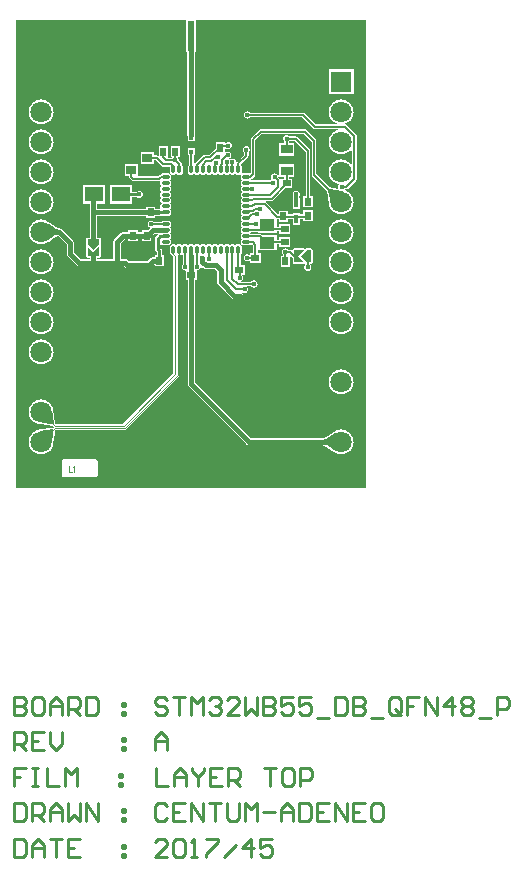
<source format=gtl>
G04 Layer_Physical_Order=1*
G04 Layer_Color=255*
%FSLAX44Y44*%
%MOMM*%
G71*
G01*
G75*
%ADD10R,0.5080X0.6350*%
%ADD11C,0.2540*%
G04:AMPARAMS|DCode=12|XSize=0.6mm|YSize=0.3mm|CornerRadius=0mm|HoleSize=0mm|Usage=FLASHONLY|Rotation=270.000|XOffset=0mm|YOffset=0mm|HoleType=Round|Shape=Octagon|*
%AMOCTAGOND12*
4,1,8,-0.0750,-0.3000,0.0750,-0.3000,0.1500,-0.2250,0.1500,0.2250,0.0750,0.3000,-0.0750,0.3000,-0.1500,0.2250,-0.1500,-0.2250,-0.0750,-0.3000,0.0*
%
%ADD12OCTAGOND12*%

%ADD13R,5.6000X5.6000*%
G04:AMPARAMS|DCode=14|XSize=0.6mm|YSize=0.3mm|CornerRadius=0mm|HoleSize=0mm|Usage=FLASHONLY|Rotation=180.000|XOffset=0mm|YOffset=0mm|HoleType=Round|Shape=Octagon|*
%AMOCTAGOND14*
4,1,8,-0.3000,0.0750,-0.3000,-0.0750,-0.2250,-0.1500,0.2250,-0.1500,0.3000,-0.0750,0.3000,0.0750,0.2250,0.1500,-0.2250,0.1500,-0.3000,0.0750,0.0*
%
%ADD14OCTAGOND14*%

%ADD15R,1.2000X4.9000*%
%ADD16R,0.5000X2.5000*%
%ADD17R,0.6350X0.5080*%
%ADD18R,1.5240X1.2700*%
%ADD19R,1.0000X0.8000*%
%ADD20R,0.8500X0.7500*%
%ADD21R,1.2500X1.0000*%
%ADD22R,0.3000X0.6500*%
%ADD23R,0.3000X0.3000*%
%ADD24C,0.2000*%
%ADD25C,0.4500*%
%ADD26C,0.1000*%
%ADD27C,0.4000*%
%ADD28C,0.3000*%
%ADD29C,0.2500*%
%ADD30C,0.2540*%
%ADD31C,0.1020*%
%ADD32C,1.8000*%
%ADD33R,1.8000X1.8000*%
%ADD34C,0.4000*%
G36*
X297961Y2039D02*
X2039D01*
Y397961D01*
X146000D01*
Y370810D01*
X146853D01*
Y301300D01*
X146881Y300875D01*
X146964Y300457D01*
X147080Y300115D01*
Y295570D01*
X153080D01*
Y299974D01*
X153119Y300054D01*
X153256Y300457D01*
X153339Y300875D01*
X153367Y301300D01*
Y370810D01*
X154000D01*
Y397961D01*
X297961D01*
Y2039D01*
D02*
G37*
%LPC*%
G36*
X277000Y204110D02*
X276084Y204070D01*
X275175Y203950D01*
X274280Y203752D01*
X273405Y203476D01*
X272558Y203125D01*
X271745Y202702D01*
X270972Y202209D01*
X270244Y201651D01*
X269568Y201032D01*
X268949Y200356D01*
X268391Y199628D01*
X267898Y198855D01*
X267475Y198042D01*
X267124Y197195D01*
X266848Y196320D01*
X266650Y195425D01*
X266530Y194516D01*
X266490Y193600D01*
X266530Y192684D01*
X266650Y191775D01*
X266848Y190880D01*
X267124Y190005D01*
X267475Y189158D01*
X267898Y188345D01*
X268391Y187572D01*
X268949Y186844D01*
X269568Y186168D01*
X270244Y185549D01*
X270972Y184991D01*
X271745Y184498D01*
X272558Y184075D01*
X273405Y183724D01*
X274280Y183448D01*
X275175Y183250D01*
X276084Y183130D01*
X277000Y183090D01*
X277916Y183130D01*
X278825Y183250D01*
X279720Y183448D01*
X280595Y183724D01*
X281442Y184075D01*
X282255Y184498D01*
X283028Y184991D01*
X283756Y185549D01*
X284432Y186168D01*
X285051Y186844D01*
X285609Y187572D01*
X286102Y188345D01*
X286525Y189158D01*
X286876Y190005D01*
X287152Y190880D01*
X287350Y191775D01*
X287470Y192684D01*
X287510Y193600D01*
X287470Y194516D01*
X287350Y195425D01*
X287152Y196320D01*
X286876Y197195D01*
X286525Y198042D01*
X286102Y198855D01*
X285609Y199628D01*
X285051Y200356D01*
X284432Y201032D01*
X283756Y201651D01*
X283028Y202209D01*
X282255Y202702D01*
X281442Y203125D01*
X280595Y203476D01*
X279720Y203752D01*
X278825Y203950D01*
X277916Y204070D01*
X277000Y204110D01*
D02*
G37*
G36*
X23000D02*
X22084Y204070D01*
X21175Y203950D01*
X20280Y203752D01*
X19405Y203476D01*
X18558Y203125D01*
X17745Y202702D01*
X16972Y202209D01*
X16244Y201651D01*
X15568Y201032D01*
X14949Y200356D01*
X14391Y199628D01*
X13898Y198855D01*
X13475Y198042D01*
X13124Y197195D01*
X12848Y196320D01*
X12650Y195425D01*
X12530Y194516D01*
X12490Y193600D01*
X12530Y192684D01*
X12650Y191775D01*
X12848Y190880D01*
X13124Y190005D01*
X13475Y189158D01*
X13898Y188345D01*
X14391Y187572D01*
X14949Y186844D01*
X15568Y186168D01*
X16244Y185549D01*
X16972Y184991D01*
X17745Y184498D01*
X18558Y184075D01*
X19405Y183724D01*
X20280Y183448D01*
X21175Y183250D01*
X22084Y183130D01*
X23000Y183090D01*
X23916Y183130D01*
X24825Y183250D01*
X25720Y183448D01*
X26595Y183724D01*
X27442Y184075D01*
X28255Y184498D01*
X29028Y184991D01*
X29756Y185549D01*
X30432Y186168D01*
X31051Y186844D01*
X31609Y187572D01*
X32102Y188345D01*
X32525Y189158D01*
X32876Y190005D01*
X33152Y190880D01*
X33350Y191775D01*
X33470Y192684D01*
X33510Y193600D01*
X33470Y194516D01*
X33350Y195425D01*
X33152Y196320D01*
X32876Y197195D01*
X32525Y198042D01*
X32102Y198855D01*
X31609Y199628D01*
X31051Y200356D01*
X30432Y201032D01*
X29756Y201651D01*
X29028Y202209D01*
X28255Y202702D01*
X27442Y203125D01*
X26595Y203476D01*
X25720Y203752D01*
X24825Y203950D01*
X23916Y204070D01*
X23000Y204110D01*
D02*
G37*
G36*
X277000Y178710D02*
X276084Y178670D01*
X275175Y178550D01*
X274280Y178352D01*
X273405Y178076D01*
X272558Y177725D01*
X271745Y177302D01*
X270972Y176809D01*
X270244Y176251D01*
X269568Y175632D01*
X268949Y174956D01*
X268391Y174228D01*
X267898Y173455D01*
X267475Y172642D01*
X267124Y171795D01*
X266848Y170920D01*
X266650Y170025D01*
X266530Y169116D01*
X266490Y168200D01*
X266530Y167284D01*
X266650Y166375D01*
X266848Y165480D01*
X267124Y164605D01*
X267475Y163758D01*
X267898Y162945D01*
X268391Y162172D01*
X268949Y161444D01*
X269568Y160768D01*
X270244Y160149D01*
X270972Y159591D01*
X271745Y159098D01*
X272558Y158675D01*
X273405Y158324D01*
X274280Y158048D01*
X275175Y157850D01*
X276084Y157730D01*
X277000Y157690D01*
X277916Y157730D01*
X278825Y157850D01*
X279720Y158048D01*
X280595Y158324D01*
X281442Y158675D01*
X282255Y159098D01*
X283028Y159591D01*
X283756Y160149D01*
X284432Y160768D01*
X285051Y161444D01*
X285609Y162172D01*
X286102Y162945D01*
X286525Y163758D01*
X286876Y164605D01*
X287152Y165480D01*
X287350Y166375D01*
X287470Y167284D01*
X287510Y168200D01*
X287470Y169116D01*
X287350Y170025D01*
X287152Y170920D01*
X286876Y171795D01*
X286525Y172642D01*
X286102Y173455D01*
X285609Y174228D01*
X285051Y174956D01*
X284432Y175632D01*
X283756Y176251D01*
X283028Y176809D01*
X282255Y177302D01*
X281442Y177725D01*
X280595Y178076D01*
X279720Y178352D01*
X278825Y178550D01*
X277916Y178670D01*
X277000Y178710D01*
D02*
G37*
G36*
X191506Y208382D02*
X188506D01*
X187506Y207382D01*
X186506Y208382D01*
X183506D01*
X182506Y207382D01*
X181506Y208382D01*
X178506D01*
X177506Y207382D01*
X176506Y208382D01*
X173506D01*
X172506Y207382D01*
X171506Y208382D01*
X168506D01*
X167506Y207382D01*
X166506Y208382D01*
X163506D01*
X162506Y207382D01*
X161506Y208382D01*
X158506D01*
X157506Y207382D01*
X156506Y208382D01*
X153506D01*
X152506Y207382D01*
X151506Y208382D01*
X148506D01*
X147506Y207382D01*
X146506Y208382D01*
X143506D01*
X142506Y207382D01*
X141506Y208382D01*
X138506D01*
X137506Y207382D01*
X136506Y208382D01*
X133506D01*
X132006Y206882D01*
Y200882D01*
X133506Y199382D01*
X133733D01*
X133753Y199345D01*
X133940Y199116D01*
X134993Y198064D01*
Y98994D01*
X92306Y56307D01*
X35424D01*
X35031Y56701D01*
X35031Y56703D01*
X35029Y56742D01*
X35033Y56781D01*
X35023Y56889D01*
X35018Y56998D01*
X33402Y68085D01*
X33393Y68123D01*
X33389Y68161D01*
X33382Y68182D01*
X33350Y68425D01*
X33152Y69320D01*
X32876Y70195D01*
X32525Y71042D01*
X32102Y71855D01*
X31609Y72628D01*
X31051Y73356D01*
X30432Y74032D01*
X29756Y74651D01*
X29028Y75209D01*
X28255Y75702D01*
X27442Y76125D01*
X26595Y76476D01*
X25720Y76752D01*
X24825Y76950D01*
X23916Y77070D01*
X23000Y77110D01*
X22084Y77070D01*
X21175Y76950D01*
X20280Y76752D01*
X19405Y76476D01*
X18558Y76125D01*
X17745Y75702D01*
X16972Y75209D01*
X16244Y74651D01*
X15568Y74032D01*
X14949Y73356D01*
X14391Y72628D01*
X13898Y71855D01*
X13475Y71042D01*
X13124Y70195D01*
X12848Y69320D01*
X12650Y68425D01*
X12530Y67516D01*
X12490Y66600D01*
X12530Y65684D01*
X12650Y64775D01*
X12848Y63880D01*
X13124Y63005D01*
X13475Y62158D01*
X13898Y61345D01*
X14391Y60572D01*
X14949Y59844D01*
X15568Y59168D01*
X16244Y58549D01*
X16972Y57991D01*
X17745Y57498D01*
X18558Y57075D01*
X19405Y56724D01*
X20280Y56448D01*
X21175Y56250D01*
X21418Y56218D01*
X21439Y56211D01*
X21479Y56207D01*
X21519Y56198D01*
X29805Y55009D01*
X32436Y54614D01*
X32517Y54597D01*
X32521Y54597D01*
X32525Y54596D01*
X32663Y54582D01*
X32811Y54567D01*
X32815Y54567D01*
X32819Y54567D01*
X32894Y54574D01*
X33537Y53931D01*
X33534Y53866D01*
X32899Y53231D01*
X32897Y53231D01*
X32858Y53229D01*
X32819Y53233D01*
X32711Y53223D01*
X32602Y53218D01*
X21515Y51602D01*
X21477Y51592D01*
X21439Y51589D01*
X21418Y51582D01*
X21175Y51550D01*
X20280Y51352D01*
X19405Y51076D01*
X18558Y50725D01*
X17745Y50302D01*
X16972Y49809D01*
X16244Y49251D01*
X15568Y48632D01*
X14949Y47956D01*
X14391Y47228D01*
X13898Y46455D01*
X13475Y45642D01*
X13124Y44795D01*
X12848Y43920D01*
X12650Y43025D01*
X12530Y42116D01*
X12490Y41200D01*
X12530Y40284D01*
X12650Y39375D01*
X12848Y38480D01*
X13124Y37605D01*
X13475Y36758D01*
X13898Y35945D01*
X14391Y35172D01*
X14949Y34444D01*
X15568Y33768D01*
X16244Y33149D01*
X16972Y32591D01*
X17745Y32098D01*
X18558Y31675D01*
X19405Y31324D01*
X20280Y31048D01*
X21175Y30850D01*
X22084Y30730D01*
X23000Y30690D01*
X23916Y30730D01*
X24825Y30850D01*
X25720Y31048D01*
X26595Y31324D01*
X27442Y31675D01*
X28255Y32098D01*
X29028Y32591D01*
X29756Y33149D01*
X30432Y33768D01*
X31051Y34444D01*
X31609Y35172D01*
X32102Y35945D01*
X32525Y36758D01*
X32876Y37605D01*
X33152Y38480D01*
X33350Y39375D01*
X33382Y39618D01*
X33389Y39639D01*
X33393Y39679D01*
X33402Y39719D01*
X34591Y48005D01*
X34986Y50636D01*
X35003Y50717D01*
X35003Y50721D01*
X35004Y50725D01*
X35018Y50863D01*
X35033Y51011D01*
X35131Y51084D01*
X35444Y51293D01*
X93758D01*
X94052Y51322D01*
X94335Y51407D01*
X94596Y51547D01*
X94824Y51734D01*
X139566Y96476D01*
X139753Y96704D01*
X139893Y96965D01*
X139978Y97247D01*
X140007Y97542D01*
Y198052D01*
X141072Y199116D01*
X141259Y199345D01*
X141279Y199382D01*
X141506D01*
X142506Y200382D01*
X142996Y199892D01*
Y191685D01*
X142878Y191584D01*
X142571Y191225D01*
X142325Y190822D01*
X142144Y190386D01*
X142034Y189927D01*
X141997Y189456D01*
X142034Y188985D01*
X142144Y188526D01*
X142325Y188090D01*
X142571Y187687D01*
X142878Y187328D01*
X143237Y187021D01*
X143640Y186775D01*
X144076Y186594D01*
X144535Y186484D01*
X144914Y186454D01*
X145079Y186325D01*
X145291Y185968D01*
Y178078D01*
X146957D01*
Y90134D01*
X146994Y89663D01*
X147104Y89204D01*
X147285Y88767D01*
X147532Y88365D01*
X147838Y88006D01*
X196772Y39072D01*
X197131Y38765D01*
X197534Y38519D01*
X197970Y38338D01*
X198429Y38228D01*
X198900Y38191D01*
X261713D01*
X261759Y38134D01*
X261802Y38099D01*
X261840Y38059D01*
X261916Y38005D01*
X261988Y37947D01*
X262036Y37921D01*
X262082Y37889D01*
X262167Y37851D01*
X262248Y37808D01*
X262301Y37791D01*
X262352Y37769D01*
X262442Y37749D01*
X262531Y37722D01*
X262586Y37716D01*
X262640Y37704D01*
X262936Y37668D01*
X263261Y37571D01*
X263763Y37361D01*
X264362Y37061D01*
X269399Y33754D01*
X270699Y32792D01*
X270730Y32773D01*
X270758Y32750D01*
X270777Y32740D01*
X270972Y32591D01*
X271745Y32098D01*
X272558Y31675D01*
X273405Y31324D01*
X274280Y31048D01*
X275175Y30850D01*
X276084Y30730D01*
X277000Y30690D01*
X277916Y30730D01*
X278825Y30850D01*
X279720Y31048D01*
X280595Y31324D01*
X281442Y31675D01*
X282255Y32098D01*
X283028Y32591D01*
X283756Y33149D01*
X284432Y33768D01*
X285051Y34444D01*
X285609Y35172D01*
X286102Y35945D01*
X286525Y36758D01*
X286876Y37605D01*
X287152Y38480D01*
X287350Y39375D01*
X287470Y40284D01*
X287510Y41200D01*
X287470Y42116D01*
X287350Y43025D01*
X287152Y43920D01*
X286876Y44795D01*
X286525Y45642D01*
X286102Y46455D01*
X285609Y47228D01*
X285051Y47956D01*
X284432Y48632D01*
X283756Y49251D01*
X283028Y49809D01*
X282255Y50302D01*
X281442Y50725D01*
X280595Y51076D01*
X279720Y51352D01*
X278825Y51550D01*
X277916Y51670D01*
X277000Y51710D01*
X276084Y51670D01*
X275175Y51550D01*
X274280Y51352D01*
X273405Y51076D01*
X272558Y50725D01*
X271745Y50302D01*
X270972Y49809D01*
X270777Y49660D01*
X270758Y49650D01*
X270734Y49630D01*
X270707Y49614D01*
X268165Y47760D01*
X266065Y46345D01*
X264394Y45355D01*
X263763Y45039D01*
X263261Y44830D01*
X262936Y44732D01*
X262640Y44696D01*
X262586Y44684D01*
X262531Y44678D01*
X262442Y44651D01*
X262352Y44631D01*
X262301Y44609D01*
X262248Y44592D01*
X262167Y44549D01*
X262082Y44511D01*
X262037Y44479D01*
X261988Y44453D01*
X261916Y44394D01*
X261840Y44341D01*
X261802Y44301D01*
X261759Y44266D01*
X261713Y44209D01*
X200147D01*
X152976Y91380D01*
Y178078D01*
X154641D01*
Y186025D01*
X155000Y186499D01*
X155100Y186491D01*
X155571Y186528D01*
X156030Y186638D01*
X156466Y186819D01*
X156869Y187066D01*
X157228Y187372D01*
X157535Y187731D01*
X157781Y188134D01*
X157962Y188570D01*
X158072Y189029D01*
X158109Y189500D01*
X158072Y189971D01*
X158055Y190042D01*
X158508Y190296D01*
X160332Y188472D01*
X160691Y188165D01*
X161094Y187919D01*
X161530Y187738D01*
X161989Y187628D01*
X162460Y187591D01*
X169854D01*
X172091Y185354D01*
Y176200D01*
X172128Y175729D01*
X172238Y175270D01*
X172419Y174834D01*
X172666Y174431D01*
X172972Y174072D01*
X184326Y162718D01*
X184685Y162411D01*
X185088Y162165D01*
X185524Y161984D01*
X185983Y161874D01*
X186454Y161837D01*
X191008D01*
X191479Y161874D01*
X191938Y161984D01*
X192374Y162165D01*
X192777Y162411D01*
X193136Y162718D01*
X193442Y163077D01*
X193689Y163480D01*
X193870Y163916D01*
X193980Y164375D01*
X194017Y164846D01*
X193980Y165317D01*
X193870Y165776D01*
X193689Y166212D01*
X193442Y166615D01*
X193136Y166974D01*
X192777Y167281D01*
X192374Y167527D01*
X191938Y167708D01*
X192060Y168190D01*
X192971D01*
X193072Y168072D01*
X193431Y167766D01*
X193834Y167519D01*
X194270Y167338D01*
X194729Y167228D01*
X195200Y167191D01*
X195671Y167228D01*
X196130Y167338D01*
X196566Y167519D01*
X196969Y167766D01*
X197328Y168072D01*
X197635Y168431D01*
X197881Y168834D01*
X198062Y169270D01*
X198172Y169729D01*
X198209Y170200D01*
X198172Y170671D01*
X198062Y171130D01*
X197881Y171566D01*
X197635Y171969D01*
X197401Y172242D01*
X197482Y172553D01*
X197612Y172742D01*
X200971D01*
X201072Y172624D01*
X201431Y172318D01*
X201834Y172071D01*
X202270Y171890D01*
X202729Y171780D01*
X203200Y171743D01*
X203671Y171780D01*
X204130Y171890D01*
X204566Y172071D01*
X204969Y172318D01*
X205328Y172624D01*
X205634Y172983D01*
X205881Y173386D01*
X206062Y173822D01*
X206172Y174281D01*
X206209Y174752D01*
X206172Y175223D01*
X206062Y175682D01*
X205881Y176118D01*
X205634Y176521D01*
X205328Y176880D01*
X204969Y177187D01*
X204566Y177433D01*
X204130Y177614D01*
X203671Y177724D01*
X203200Y177761D01*
X202729Y177724D01*
X202270Y177614D01*
X201834Y177433D01*
X201431Y177187D01*
X201072Y176880D01*
X200971Y176762D01*
X192087D01*
X191938Y177224D01*
X192374Y177405D01*
X192777Y177652D01*
X193136Y177958D01*
X193442Y178317D01*
X193689Y178720D01*
X193870Y179156D01*
X193980Y179615D01*
X194017Y180086D01*
X193980Y180557D01*
X193870Y181016D01*
X193689Y181452D01*
X193442Y181855D01*
X193267Y182060D01*
X193471Y182553D01*
X193478Y182560D01*
X195585D01*
Y190640D01*
X192016D01*
Y199892D01*
X193006Y200882D01*
Y206882D01*
X191506Y208382D01*
D02*
G37*
G36*
X229870Y204939D02*
X229399Y204902D01*
X228940Y204792D01*
X228504Y204611D01*
X228101Y204364D01*
X227742Y204058D01*
X227435Y203699D01*
X227189Y203296D01*
X227008Y202860D01*
X226898Y202401D01*
X226861Y201930D01*
X226898Y201459D01*
X227008Y201000D01*
X227189Y200564D01*
X227435Y200161D01*
X227742Y199802D01*
X227860Y199701D01*
Y198879D01*
X225830D01*
Y189529D01*
X233910D01*
Y198205D01*
X234372Y198396D01*
X235815Y196953D01*
X235983Y196815D01*
Y193374D01*
X236012Y193080D01*
X236098Y192797D01*
X236237Y192537D01*
X236424Y192308D01*
X236653Y192121D01*
X236913Y191982D01*
X237196Y191896D01*
X237490Y191867D01*
X245340D01*
X245634Y191896D01*
X245917Y191982D01*
X246177Y192121D01*
X246330Y192246D01*
X246612Y192176D01*
X246830Y192037D01*
Y191031D01*
X246712Y190930D01*
X246406Y190571D01*
X246159Y190168D01*
X245978Y189732D01*
X245868Y189273D01*
X245831Y188802D01*
X245868Y188331D01*
X245978Y187872D01*
X246159Y187436D01*
X246406Y187033D01*
X246712Y186674D01*
X247071Y186367D01*
X247474Y186121D01*
X247910Y185940D01*
X248369Y185830D01*
X248840Y185793D01*
X249311Y185830D01*
X249770Y185940D01*
X250206Y186121D01*
X250609Y186367D01*
X250968Y186674D01*
X251275Y187033D01*
X251521Y187436D01*
X251702Y187872D01*
X251812Y188331D01*
X251849Y188802D01*
X251812Y189273D01*
X251702Y189732D01*
X251521Y190168D01*
X251275Y190571D01*
X250968Y190930D01*
X250850Y191031D01*
Y191867D01*
X251460D01*
X251754Y191896D01*
X252037Y191982D01*
X252297Y192121D01*
X252526Y192308D01*
X252713Y192537D01*
X252852Y192797D01*
X252938Y193080D01*
X252967Y193374D01*
Y203374D01*
X252938Y203668D01*
X252852Y203951D01*
X252713Y204211D01*
X252526Y204440D01*
X252297Y204627D01*
X252037Y204767D01*
X251754Y204852D01*
X251460Y204881D01*
X247840D01*
X247546Y204852D01*
X247263Y204767D01*
X247003Y204627D01*
X246941Y204576D01*
X246406Y204440D01*
X246177Y204627D01*
X245917Y204767D01*
X245634Y204852D01*
X245340Y204881D01*
X237490D01*
X237196Y204852D01*
X236913Y204767D01*
X236653Y204627D01*
X236424Y204440D01*
X236237Y204211D01*
X236098Y203951D01*
X236012Y203668D01*
X235983Y203374D01*
Y203123D01*
X235521Y202931D01*
X235101Y203351D01*
X234797Y203601D01*
X234449Y203787D01*
X234072Y203901D01*
X233680Y203940D01*
X232099D01*
X231998Y204058D01*
X231639Y204364D01*
X231236Y204611D01*
X230800Y204792D01*
X230341Y204902D01*
X229870Y204939D01*
D02*
G37*
G36*
X277000Y229510D02*
X276084Y229470D01*
X275175Y229350D01*
X274280Y229152D01*
X273405Y228876D01*
X272558Y228525D01*
X271745Y228102D01*
X270972Y227609D01*
X270244Y227051D01*
X269568Y226432D01*
X268949Y225756D01*
X268391Y225028D01*
X267898Y224255D01*
X267475Y223442D01*
X267124Y222595D01*
X266848Y221720D01*
X266650Y220825D01*
X266530Y219916D01*
X266490Y219000D01*
X266530Y218084D01*
X266650Y217175D01*
X266848Y216280D01*
X267124Y215405D01*
X267475Y214558D01*
X267898Y213745D01*
X268391Y212972D01*
X268949Y212244D01*
X269568Y211568D01*
X270244Y210949D01*
X270972Y210391D01*
X271745Y209898D01*
X272558Y209475D01*
X273405Y209124D01*
X274280Y208848D01*
X275175Y208650D01*
X276084Y208530D01*
X277000Y208490D01*
X277916Y208530D01*
X278825Y208650D01*
X279720Y208848D01*
X280595Y209124D01*
X281442Y209475D01*
X282255Y209898D01*
X283028Y210391D01*
X283756Y210949D01*
X284432Y211568D01*
X285051Y212244D01*
X285609Y212972D01*
X286102Y213745D01*
X286525Y214558D01*
X286876Y215405D01*
X287152Y216280D01*
X287350Y217175D01*
X287470Y218084D01*
X287510Y219000D01*
X287470Y219916D01*
X287350Y220825D01*
X287152Y221720D01*
X286876Y222595D01*
X286525Y223442D01*
X286102Y224255D01*
X285609Y225028D01*
X285051Y225756D01*
X284432Y226432D01*
X283756Y227051D01*
X283028Y227609D01*
X282255Y228102D01*
X281442Y228525D01*
X280595Y228876D01*
X279720Y229152D01*
X278825Y229350D01*
X277916Y229470D01*
X277000Y229510D01*
D02*
G37*
G36*
X23000Y127910D02*
X22084Y127870D01*
X21175Y127750D01*
X20280Y127552D01*
X19405Y127276D01*
X18558Y126925D01*
X17745Y126502D01*
X16972Y126009D01*
X16244Y125451D01*
X15568Y124832D01*
X14949Y124156D01*
X14391Y123428D01*
X13898Y122655D01*
X13475Y121842D01*
X13124Y120995D01*
X12848Y120120D01*
X12650Y119225D01*
X12530Y118316D01*
X12490Y117400D01*
X12530Y116484D01*
X12650Y115575D01*
X12848Y114680D01*
X13124Y113805D01*
X13475Y112958D01*
X13898Y112145D01*
X14391Y111372D01*
X14949Y110644D01*
X15568Y109968D01*
X16244Y109349D01*
X16972Y108791D01*
X17745Y108298D01*
X18558Y107875D01*
X19405Y107524D01*
X20280Y107248D01*
X21175Y107050D01*
X22084Y106930D01*
X23000Y106890D01*
X23916Y106930D01*
X24825Y107050D01*
X25720Y107248D01*
X26595Y107524D01*
X27442Y107875D01*
X28255Y108298D01*
X29028Y108791D01*
X29756Y109349D01*
X30432Y109968D01*
X31051Y110644D01*
X31609Y111372D01*
X32102Y112145D01*
X32525Y112958D01*
X32876Y113805D01*
X33152Y114680D01*
X33350Y115575D01*
X33470Y116484D01*
X33510Y117400D01*
X33470Y118316D01*
X33350Y119225D01*
X33152Y120120D01*
X32876Y120995D01*
X32525Y121842D01*
X32102Y122655D01*
X31609Y123428D01*
X31051Y124156D01*
X30432Y124832D01*
X29756Y125451D01*
X29028Y126009D01*
X28255Y126502D01*
X27442Y126925D01*
X26595Y127276D01*
X25720Y127552D01*
X24825Y127750D01*
X23916Y127870D01*
X23000Y127910D01*
D02*
G37*
G36*
X277000Y102510D02*
X276084Y102470D01*
X275175Y102350D01*
X274280Y102152D01*
X273405Y101876D01*
X272558Y101525D01*
X271745Y101102D01*
X270972Y100609D01*
X270244Y100051D01*
X269568Y99432D01*
X268949Y98756D01*
X268391Y98028D01*
X267898Y97255D01*
X267475Y96442D01*
X267124Y95595D01*
X266848Y94720D01*
X266650Y93825D01*
X266530Y92916D01*
X266490Y92000D01*
X266530Y91084D01*
X266650Y90175D01*
X266848Y89280D01*
X267124Y88405D01*
X267475Y87558D01*
X267898Y86745D01*
X268391Y85972D01*
X268949Y85244D01*
X269568Y84568D01*
X270244Y83949D01*
X270972Y83391D01*
X271745Y82898D01*
X272558Y82475D01*
X273405Y82124D01*
X274280Y81848D01*
X275175Y81650D01*
X276084Y81530D01*
X277000Y81490D01*
X277916Y81530D01*
X278825Y81650D01*
X279720Y81848D01*
X280595Y82124D01*
X281442Y82475D01*
X282255Y82898D01*
X283028Y83391D01*
X283756Y83949D01*
X284432Y84568D01*
X285051Y85244D01*
X285609Y85972D01*
X286102Y86745D01*
X286525Y87558D01*
X286876Y88405D01*
X287152Y89280D01*
X287350Y90175D01*
X287470Y91084D01*
X287510Y92000D01*
X287470Y92916D01*
X287350Y93825D01*
X287152Y94720D01*
X286876Y95595D01*
X286525Y96442D01*
X286102Y97255D01*
X285609Y98028D01*
X285051Y98756D01*
X284432Y99432D01*
X283756Y100051D01*
X283028Y100609D01*
X282255Y101102D01*
X281442Y101525D01*
X280595Y101876D01*
X279720Y102152D01*
X278825Y102350D01*
X277916Y102470D01*
X277000Y102510D01*
D02*
G37*
G36*
X69302Y26337D02*
X42302D01*
X42008Y26308D01*
X41725Y26222D01*
X41465Y26083D01*
X41237Y25896D01*
X41049Y25667D01*
X40910Y25406D01*
X40824Y25124D01*
X40795Y24830D01*
Y12830D01*
X40824Y12536D01*
X40910Y12253D01*
X41049Y11992D01*
X41237Y11764D01*
X41465Y11576D01*
X41725Y11437D01*
X42008Y11351D01*
X42302Y11322D01*
X69302D01*
X69596Y11351D01*
X69879Y11437D01*
X70140Y11576D01*
X70368Y11764D01*
X70556Y11992D01*
X70695Y12253D01*
X70781Y12536D01*
X70809Y12830D01*
Y24830D01*
X70781Y25124D01*
X70695Y25406D01*
X70556Y25667D01*
X70368Y25896D01*
X70140Y26083D01*
X69879Y26222D01*
X69596Y26308D01*
X69302Y26337D01*
D02*
G37*
G36*
X23000Y178710D02*
X22084Y178670D01*
X21175Y178550D01*
X20280Y178352D01*
X19405Y178076D01*
X18558Y177725D01*
X17745Y177302D01*
X16972Y176809D01*
X16244Y176251D01*
X15568Y175632D01*
X14949Y174956D01*
X14391Y174228D01*
X13898Y173455D01*
X13475Y172642D01*
X13124Y171795D01*
X12848Y170920D01*
X12650Y170025D01*
X12530Y169116D01*
X12490Y168200D01*
X12530Y167284D01*
X12650Y166375D01*
X12848Y165480D01*
X13124Y164605D01*
X13475Y163758D01*
X13898Y162945D01*
X14391Y162172D01*
X14949Y161444D01*
X15568Y160768D01*
X16244Y160149D01*
X16972Y159591D01*
X17745Y159098D01*
X18558Y158675D01*
X19405Y158324D01*
X20280Y158048D01*
X21175Y157850D01*
X22084Y157730D01*
X23000Y157690D01*
X23916Y157730D01*
X24825Y157850D01*
X25720Y158048D01*
X26595Y158324D01*
X27442Y158675D01*
X28255Y159098D01*
X29028Y159591D01*
X29756Y160149D01*
X30432Y160768D01*
X31051Y161444D01*
X31609Y162172D01*
X32102Y162945D01*
X32525Y163758D01*
X32876Y164605D01*
X33152Y165480D01*
X33350Y166375D01*
X33470Y167284D01*
X33510Y168200D01*
X33470Y169116D01*
X33350Y170025D01*
X33152Y170920D01*
X32876Y171795D01*
X32525Y172642D01*
X32102Y173455D01*
X31609Y174228D01*
X31051Y174956D01*
X30432Y175632D01*
X29756Y176251D01*
X29028Y176809D01*
X28255Y177302D01*
X27442Y177725D01*
X26595Y178076D01*
X25720Y178352D01*
X24825Y178550D01*
X23916Y178670D01*
X23000Y178710D01*
D02*
G37*
G36*
X277000Y153310D02*
X276084Y153270D01*
X275175Y153150D01*
X274280Y152952D01*
X273405Y152676D01*
X272558Y152325D01*
X271745Y151902D01*
X270972Y151409D01*
X270244Y150851D01*
X269568Y150232D01*
X268949Y149556D01*
X268391Y148828D01*
X267898Y148055D01*
X267475Y147242D01*
X267124Y146395D01*
X266848Y145520D01*
X266650Y144625D01*
X266530Y143716D01*
X266490Y142800D01*
X266530Y141884D01*
X266650Y140975D01*
X266848Y140080D01*
X267124Y139205D01*
X267475Y138358D01*
X267898Y137545D01*
X268391Y136772D01*
X268949Y136044D01*
X269568Y135368D01*
X270244Y134749D01*
X270972Y134191D01*
X271745Y133698D01*
X272558Y133275D01*
X273405Y132924D01*
X274280Y132648D01*
X275175Y132450D01*
X276084Y132330D01*
X277000Y132290D01*
X277916Y132330D01*
X278825Y132450D01*
X279720Y132648D01*
X280595Y132924D01*
X281442Y133275D01*
X282255Y133698D01*
X283028Y134191D01*
X283756Y134749D01*
X284432Y135368D01*
X285051Y136044D01*
X285609Y136772D01*
X286102Y137545D01*
X286525Y138358D01*
X286876Y139205D01*
X287152Y140080D01*
X287350Y140975D01*
X287470Y141884D01*
X287510Y142800D01*
X287470Y143716D01*
X287350Y144625D01*
X287152Y145520D01*
X286876Y146395D01*
X286525Y147242D01*
X286102Y148055D01*
X285609Y148828D01*
X285051Y149556D01*
X284432Y150232D01*
X283756Y150851D01*
X283028Y151409D01*
X282255Y151902D01*
X281442Y152325D01*
X280595Y152676D01*
X279720Y152952D01*
X278825Y153150D01*
X277916Y153270D01*
X277000Y153310D01*
D02*
G37*
G36*
X23000D02*
X22084Y153270D01*
X21175Y153150D01*
X20280Y152952D01*
X19405Y152676D01*
X18558Y152325D01*
X17745Y151902D01*
X16972Y151409D01*
X16244Y150851D01*
X15568Y150232D01*
X14949Y149556D01*
X14391Y148828D01*
X13898Y148055D01*
X13475Y147242D01*
X13124Y146395D01*
X12848Y145520D01*
X12650Y144625D01*
X12530Y143716D01*
X12490Y142800D01*
X12530Y141884D01*
X12650Y140975D01*
X12848Y140080D01*
X13124Y139205D01*
X13475Y138358D01*
X13898Y137545D01*
X14391Y136772D01*
X14949Y136044D01*
X15568Y135368D01*
X16244Y134749D01*
X16972Y134191D01*
X17745Y133698D01*
X18558Y133275D01*
X19405Y132924D01*
X20280Y132648D01*
X21175Y132450D01*
X22084Y132330D01*
X23000Y132290D01*
X23916Y132330D01*
X24825Y132450D01*
X25720Y132648D01*
X26595Y132924D01*
X27442Y133275D01*
X28255Y133698D01*
X29028Y134191D01*
X29756Y134749D01*
X30432Y135368D01*
X31051Y136044D01*
X31609Y136772D01*
X32102Y137545D01*
X32525Y138358D01*
X32876Y139205D01*
X33152Y140080D01*
X33350Y140975D01*
X33470Y141884D01*
X33510Y142800D01*
X33470Y143716D01*
X33350Y144625D01*
X33152Y145520D01*
X32876Y146395D01*
X32525Y147242D01*
X32102Y148055D01*
X31609Y148828D01*
X31051Y149556D01*
X30432Y150232D01*
X29756Y150851D01*
X29028Y151409D01*
X28255Y151902D01*
X27442Y152325D01*
X26595Y152676D01*
X25720Y152952D01*
X24825Y153150D01*
X23916Y153270D01*
X23000Y153310D01*
D02*
G37*
G36*
Y254910D02*
X22084Y254870D01*
X21175Y254750D01*
X20280Y254552D01*
X19405Y254276D01*
X18558Y253925D01*
X17745Y253502D01*
X16972Y253009D01*
X16244Y252451D01*
X15568Y251832D01*
X14949Y251156D01*
X14391Y250428D01*
X13898Y249655D01*
X13475Y248842D01*
X13124Y247995D01*
X12848Y247120D01*
X12650Y246225D01*
X12530Y245316D01*
X12490Y244400D01*
X12530Y243484D01*
X12650Y242575D01*
X12848Y241680D01*
X13124Y240805D01*
X13475Y239958D01*
X13898Y239145D01*
X14391Y238372D01*
X14949Y237644D01*
X15568Y236968D01*
X16244Y236349D01*
X16972Y235791D01*
X17745Y235298D01*
X18558Y234875D01*
X19405Y234524D01*
X20280Y234248D01*
X21175Y234050D01*
X22084Y233930D01*
X23000Y233890D01*
X23916Y233930D01*
X24825Y234050D01*
X25720Y234248D01*
X26595Y234524D01*
X27442Y234875D01*
X28255Y235298D01*
X29028Y235791D01*
X29756Y236349D01*
X30432Y236968D01*
X31051Y237644D01*
X31609Y238372D01*
X32102Y239145D01*
X32525Y239958D01*
X32876Y240805D01*
X33152Y241680D01*
X33350Y242575D01*
X33470Y243484D01*
X33510Y244400D01*
X33470Y245316D01*
X33350Y246225D01*
X33152Y247120D01*
X32876Y247995D01*
X32525Y248842D01*
X32102Y249655D01*
X31609Y250428D01*
X31051Y251156D01*
X30432Y251832D01*
X29756Y252451D01*
X29028Y253009D01*
X28255Y253502D01*
X27442Y253925D01*
X26595Y254276D01*
X25720Y254552D01*
X24825Y254750D01*
X23916Y254870D01*
X23000Y254910D01*
D02*
G37*
G36*
X130540Y291485D02*
X122460D01*
Y283608D01*
X122401Y283535D01*
X121960Y283319D01*
X121797Y283407D01*
X121420Y283521D01*
X121028Y283560D01*
X118644D01*
Y286800D01*
X107144D01*
Y276300D01*
X118644D01*
Y279540D01*
X120195D01*
X124957Y274779D01*
X125261Y274529D01*
X125609Y274343D01*
X125986Y274229D01*
X126378Y274190D01*
X131868D01*
X132006Y274052D01*
Y268858D01*
X133506Y267358D01*
X136506D01*
X137506Y268358D01*
X138506Y267358D01*
X141506D01*
X143006Y268858D01*
Y274858D01*
X142016Y275848D01*
Y276094D01*
X141977Y276486D01*
X141863Y276863D01*
X141677Y277211D01*
X141427Y277515D01*
X139597Y279345D01*
X139609Y279500D01*
X139572Y279971D01*
X139462Y280430D01*
X139281Y280866D01*
X139035Y281269D01*
X138807Y281535D01*
X138899Y281865D01*
X139021Y282035D01*
X140640D01*
Y291385D01*
X132560D01*
Y282035D01*
X133670D01*
X133760Y281947D01*
X133912Y281535D01*
X133881Y281510D01*
X130267D01*
X130179Y281635D01*
X130441Y282135D01*
X130540D01*
Y291485D01*
D02*
G37*
G36*
X23000Y305710D02*
X22084Y305670D01*
X21175Y305550D01*
X20280Y305352D01*
X19405Y305076D01*
X18558Y304725D01*
X17745Y304302D01*
X16972Y303809D01*
X16244Y303251D01*
X15568Y302632D01*
X14949Y301956D01*
X14391Y301228D01*
X13898Y300455D01*
X13475Y299642D01*
X13124Y298795D01*
X12848Y297920D01*
X12650Y297025D01*
X12530Y296116D01*
X12490Y295200D01*
X12530Y294284D01*
X12650Y293375D01*
X12848Y292480D01*
X13124Y291605D01*
X13475Y290758D01*
X13898Y289945D01*
X14391Y289172D01*
X14949Y288444D01*
X15568Y287768D01*
X16244Y287149D01*
X16972Y286591D01*
X17745Y286098D01*
X18558Y285675D01*
X19405Y285324D01*
X20280Y285048D01*
X21175Y284850D01*
X22084Y284730D01*
X23000Y284690D01*
X23916Y284730D01*
X24825Y284850D01*
X25720Y285048D01*
X26595Y285324D01*
X27442Y285675D01*
X28255Y286098D01*
X29028Y286591D01*
X29756Y287149D01*
X30432Y287768D01*
X31051Y288444D01*
X31609Y289172D01*
X32102Y289945D01*
X32525Y290758D01*
X32876Y291605D01*
X33152Y292480D01*
X33350Y293375D01*
X33470Y294284D01*
X33510Y295200D01*
X33470Y296116D01*
X33350Y297025D01*
X33152Y297920D01*
X32876Y298795D01*
X32525Y299642D01*
X32102Y300455D01*
X31609Y301228D01*
X31051Y301956D01*
X30432Y302632D01*
X29756Y303251D01*
X29028Y303809D01*
X28255Y304302D01*
X27442Y304725D01*
X26595Y305076D01*
X25720Y305352D01*
X24825Y305550D01*
X23916Y305670D01*
X23000Y305710D01*
D02*
G37*
G36*
X99920Y258450D02*
X81680D01*
Y242750D01*
X99920D01*
Y248343D01*
X104123D01*
X104331Y248165D01*
X104734Y247919D01*
X105170Y247738D01*
X105629Y247628D01*
X106100Y247591D01*
X106571Y247628D01*
X107030Y247738D01*
X107466Y247919D01*
X107869Y248165D01*
X108228Y248472D01*
X108534Y248831D01*
X108781Y249234D01*
X108962Y249670D01*
X109072Y250129D01*
X109109Y250600D01*
X109072Y251071D01*
X108962Y251530D01*
X108781Y251966D01*
X108534Y252369D01*
X108228Y252728D01*
X107869Y253034D01*
X107466Y253281D01*
X107030Y253462D01*
X106571Y253572D01*
X106100Y253609D01*
X105629Y253572D01*
X105170Y253462D01*
X104734Y253281D01*
X104331Y253034D01*
X104123Y252857D01*
X99920D01*
Y258450D01*
D02*
G37*
G36*
X23000Y280310D02*
X22084Y280270D01*
X21175Y280150D01*
X20280Y279952D01*
X19405Y279676D01*
X18558Y279325D01*
X17745Y278902D01*
X16972Y278409D01*
X16244Y277851D01*
X15568Y277232D01*
X14949Y276556D01*
X14391Y275828D01*
X13898Y275055D01*
X13475Y274242D01*
X13124Y273395D01*
X12848Y272520D01*
X12650Y271625D01*
X12530Y270716D01*
X12490Y269800D01*
X12530Y268884D01*
X12650Y267975D01*
X12848Y267080D01*
X13124Y266205D01*
X13475Y265358D01*
X13898Y264545D01*
X14391Y263772D01*
X14949Y263044D01*
X15568Y262368D01*
X16244Y261749D01*
X16972Y261191D01*
X17745Y260698D01*
X18558Y260275D01*
X19405Y259924D01*
X20280Y259648D01*
X21175Y259450D01*
X22084Y259330D01*
X23000Y259290D01*
X23916Y259330D01*
X24825Y259450D01*
X25720Y259648D01*
X26595Y259924D01*
X27442Y260275D01*
X28255Y260698D01*
X29028Y261191D01*
X29756Y261749D01*
X30432Y262368D01*
X31051Y263044D01*
X31609Y263772D01*
X32102Y264545D01*
X32525Y265358D01*
X32876Y266205D01*
X33152Y267080D01*
X33350Y267975D01*
X33470Y268884D01*
X33510Y269800D01*
X33470Y270716D01*
X33350Y271625D01*
X33152Y272520D01*
X32876Y273395D01*
X32525Y274242D01*
X32102Y275055D01*
X31609Y275828D01*
X31051Y276556D01*
X30432Y277232D01*
X29756Y277851D01*
X29028Y278409D01*
X28255Y278902D01*
X27442Y279325D01*
X26595Y279676D01*
X25720Y279952D01*
X24825Y280150D01*
X23916Y280270D01*
X23000Y280310D01*
D02*
G37*
G36*
Y331110D02*
X22084Y331070D01*
X21175Y330950D01*
X20280Y330752D01*
X19405Y330476D01*
X18558Y330125D01*
X17745Y329702D01*
X16972Y329209D01*
X16244Y328651D01*
X15568Y328032D01*
X14949Y327356D01*
X14391Y326628D01*
X13898Y325855D01*
X13475Y325042D01*
X13124Y324195D01*
X12848Y323320D01*
X12650Y322425D01*
X12530Y321516D01*
X12490Y320600D01*
X12530Y319684D01*
X12650Y318775D01*
X12848Y317880D01*
X13124Y317005D01*
X13475Y316158D01*
X13898Y315345D01*
X14391Y314572D01*
X14949Y313844D01*
X15568Y313168D01*
X16244Y312549D01*
X16972Y311991D01*
X17745Y311498D01*
X18558Y311075D01*
X19405Y310724D01*
X20280Y310448D01*
X21175Y310250D01*
X22084Y310130D01*
X23000Y310090D01*
X23916Y310130D01*
X24825Y310250D01*
X25720Y310448D01*
X26595Y310724D01*
X27442Y311075D01*
X28255Y311498D01*
X29028Y311991D01*
X29756Y312549D01*
X30432Y313168D01*
X31051Y313844D01*
X31609Y314572D01*
X32102Y315345D01*
X32525Y316158D01*
X32876Y317005D01*
X33152Y317880D01*
X33350Y318775D01*
X33470Y319684D01*
X33510Y320600D01*
X33470Y321516D01*
X33350Y322425D01*
X33152Y323320D01*
X32876Y324195D01*
X32525Y325042D01*
X32102Y325855D01*
X31609Y326628D01*
X31051Y327356D01*
X30432Y328032D01*
X29756Y328651D01*
X29028Y329209D01*
X28255Y329702D01*
X27442Y330125D01*
X26595Y330476D01*
X25720Y330752D01*
X24825Y330950D01*
X23916Y331070D01*
X23000Y331110D01*
D02*
G37*
G36*
X287500Y356500D02*
X266500D01*
Y335500D01*
X287500D01*
Y356500D01*
D02*
G37*
G36*
X181500Y295009D02*
X181029Y294972D01*
X180570Y294862D01*
X180134Y294681D01*
X179731Y294435D01*
X179372Y294128D01*
X179271Y294010D01*
X178740D01*
Y294685D01*
X170660D01*
Y289602D01*
X164968Y283910D01*
X161500D01*
X161108Y283871D01*
X160731Y283757D01*
X160383Y283571D01*
X160079Y283321D01*
X153585Y276827D01*
X153335Y276523D01*
X153149Y276175D01*
X153074Y275926D01*
X152506Y275358D01*
X152030Y275834D01*
Y283830D01*
X153080D01*
Y289830D01*
X147080D01*
Y283830D01*
X148010D01*
Y275862D01*
X147006Y274858D01*
Y268858D01*
X148506Y267358D01*
X151506D01*
X152506Y268358D01*
X153506Y267358D01*
X156506D01*
X157506Y268358D01*
X158506Y267358D01*
X161506D01*
X162506Y268358D01*
X163506Y267358D01*
X166506D01*
X167506Y268358D01*
X168506Y267358D01*
X171506D01*
X172506Y268358D01*
X173506Y267358D01*
X176506D01*
X177506Y268358D01*
X178506Y267358D01*
X181506D01*
X182506Y268358D01*
X183506Y267358D01*
X186506D01*
X187506Y268358D01*
X188506Y267358D01*
X191506D01*
X193006Y268858D01*
Y274858D01*
X192016Y275848D01*
Y276042D01*
X198017Y282043D01*
X198267Y282348D01*
X198453Y282695D01*
X198567Y283072D01*
X198606Y283464D01*
Y286315D01*
X198724Y286416D01*
X199030Y286775D01*
X199277Y287178D01*
X199458Y287614D01*
X199568Y288073D01*
X199605Y288544D01*
X199568Y289015D01*
X199458Y289474D01*
X199277Y289910D01*
X199030Y290313D01*
X198724Y290672D01*
X198365Y290979D01*
X197962Y291225D01*
X197526Y291406D01*
X197067Y291516D01*
X196596Y291553D01*
X196125Y291516D01*
X195666Y291406D01*
X195230Y291225D01*
X194827Y290979D01*
X194468Y290672D01*
X194161Y290313D01*
X193915Y289910D01*
X193734Y289474D01*
X193624Y289015D01*
X193587Y288544D01*
X193624Y288073D01*
X193734Y287614D01*
X193915Y287178D01*
X194161Y286775D01*
X194468Y286416D01*
X194586Y286315D01*
Y284296D01*
X188585Y278295D01*
X188504Y278197D01*
X187990Y278358D01*
X187978Y278507D01*
X187868Y278966D01*
X187687Y279402D01*
X187440Y279805D01*
X187134Y280164D01*
X186775Y280471D01*
X186372Y280717D01*
X185936Y280898D01*
X185477Y281008D01*
X185006Y281045D01*
X184535Y281008D01*
X184076Y280898D01*
X183640Y280717D01*
X183237Y280471D01*
X182878Y280164D01*
X182731Y279992D01*
X182181Y279933D01*
X182084Y279966D01*
X181769Y280235D01*
X181469Y280418D01*
X181509Y280794D01*
X181565Y280916D01*
X181572Y280928D01*
X182030Y281038D01*
X182466Y281219D01*
X182869Y281465D01*
X183228Y281772D01*
X183535Y282131D01*
X183781Y282534D01*
X183962Y282970D01*
X184072Y283429D01*
X184109Y283900D01*
X184072Y284371D01*
X183962Y284830D01*
X183781Y285266D01*
X183535Y285669D01*
X183228Y286028D01*
X182869Y286334D01*
X182466Y286581D01*
X182030Y286762D01*
X181571Y286872D01*
X181100Y286909D01*
X180629Y286872D01*
X180170Y286762D01*
X179734Y286581D01*
X179331Y286334D01*
X179240Y286257D01*
X178740Y286487D01*
Y289990D01*
X179271D01*
X179372Y289872D01*
X179731Y289566D01*
X180134Y289319D01*
X180570Y289138D01*
X181029Y289028D01*
X181500Y288991D01*
X181971Y289028D01*
X182430Y289138D01*
X182866Y289319D01*
X183269Y289566D01*
X183628Y289872D01*
X183934Y290231D01*
X184181Y290634D01*
X184362Y291070D01*
X184472Y291529D01*
X184509Y292000D01*
X184472Y292471D01*
X184362Y292930D01*
X184181Y293366D01*
X183934Y293769D01*
X183628Y294128D01*
X183269Y294435D01*
X182866Y294681D01*
X182430Y294862D01*
X181971Y294972D01*
X181500Y295009D01*
D02*
G37*
G36*
X277000Y331110D02*
X276084Y331070D01*
X275175Y330950D01*
X274280Y330752D01*
X273405Y330476D01*
X272558Y330125D01*
X271745Y329702D01*
X270972Y329209D01*
X270244Y328651D01*
X269568Y328032D01*
X268949Y327356D01*
X268391Y326628D01*
X267898Y325855D01*
X267475Y325042D01*
X267124Y324195D01*
X266848Y323320D01*
X266650Y322425D01*
X266530Y321516D01*
X266490Y320600D01*
X266530Y319684D01*
X266650Y318775D01*
X266848Y317880D01*
X267124Y317005D01*
X267475Y316158D01*
X267898Y315345D01*
X268391Y314572D01*
X268949Y313844D01*
X269568Y313168D01*
X270244Y312549D01*
X270972Y311991D01*
X271745Y311498D01*
X272558Y311075D01*
X273405Y310724D01*
X274280Y310448D01*
X274589Y310380D01*
X274534Y309880D01*
X255832D01*
X246421Y319291D01*
X246117Y319541D01*
X245769Y319727D01*
X245392Y319841D01*
X245000Y319880D01*
X199725D01*
X199624Y319998D01*
X199265Y320304D01*
X198862Y320551D01*
X198426Y320732D01*
X197967Y320842D01*
X197496Y320879D01*
X197025Y320842D01*
X196566Y320732D01*
X196130Y320551D01*
X195727Y320304D01*
X195368Y319998D01*
X195061Y319639D01*
X194815Y319236D01*
X194634Y318800D01*
X194524Y318341D01*
X194487Y317870D01*
X194524Y317399D01*
X194634Y316940D01*
X194815Y316504D01*
X195061Y316101D01*
X195368Y315742D01*
X195727Y315436D01*
X196130Y315189D01*
X196566Y315008D01*
X197025Y314898D01*
X197496Y314861D01*
X197967Y314898D01*
X198426Y315008D01*
X198862Y315189D01*
X199265Y315436D01*
X199624Y315742D01*
X199725Y315860D01*
X244168D01*
X253579Y306449D01*
X253883Y306199D01*
X254231Y306013D01*
X254608Y305899D01*
X255000Y305860D01*
X274263D01*
X274318Y305360D01*
X274280Y305352D01*
X273405Y305076D01*
X272558Y304725D01*
X271745Y304302D01*
X270972Y303809D01*
X270244Y303251D01*
X269568Y302632D01*
X268949Y301956D01*
X268391Y301228D01*
X267898Y300455D01*
X267475Y299642D01*
X267124Y298795D01*
X266848Y297920D01*
X266650Y297025D01*
X266530Y296116D01*
X266490Y295200D01*
X266530Y294284D01*
X266650Y293375D01*
X266848Y292480D01*
X267124Y291605D01*
X267475Y290758D01*
X267898Y289945D01*
X268391Y289172D01*
X268949Y288444D01*
X269568Y287768D01*
X270244Y287149D01*
X270972Y286591D01*
X271745Y286098D01*
X272558Y285675D01*
X273405Y285324D01*
X274280Y285048D01*
X275175Y284850D01*
X276084Y284730D01*
X277000Y284690D01*
X277916Y284730D01*
X278825Y284850D01*
X279720Y285048D01*
X280595Y285324D01*
X281442Y285675D01*
X282255Y286098D01*
X283028Y286591D01*
X283756Y287149D01*
X284432Y287768D01*
X285051Y288444D01*
X285609Y289172D01*
X285790Y289456D01*
X286290Y289310D01*
Y275690D01*
X285790Y275544D01*
X285609Y275828D01*
X285051Y276556D01*
X284432Y277232D01*
X283756Y277851D01*
X283028Y278409D01*
X282255Y278902D01*
X281442Y279325D01*
X280595Y279676D01*
X279720Y279952D01*
X278825Y280150D01*
X277916Y280270D01*
X277000Y280310D01*
X276084Y280270D01*
X275175Y280150D01*
X274280Y279952D01*
X273405Y279676D01*
X272558Y279325D01*
X271745Y278902D01*
X270972Y278409D01*
X270244Y277851D01*
X269568Y277232D01*
X268949Y276556D01*
X268391Y275828D01*
X267898Y275055D01*
X267475Y274242D01*
X267124Y273395D01*
X266848Y272520D01*
X266650Y271625D01*
X266530Y270716D01*
X266490Y269800D01*
X266530Y268884D01*
X266650Y267975D01*
X266848Y267080D01*
X267124Y266205D01*
X267475Y265358D01*
X267898Y264545D01*
X268391Y263772D01*
X268949Y263044D01*
X269568Y262368D01*
X270244Y261749D01*
X270972Y261191D01*
X271745Y260698D01*
X272558Y260275D01*
X273405Y259924D01*
X274280Y259648D01*
X275106Y259465D01*
X275201Y259284D01*
X275255Y258935D01*
X275240Y258922D01*
X274933Y258563D01*
X274687Y258160D01*
X274506Y257724D01*
X274396Y257265D01*
X274359Y256794D01*
X274396Y256323D01*
X274494Y255916D01*
X274408Y255760D01*
X274130Y255465D01*
X271905Y255804D01*
X269055Y256344D01*
X268564Y256466D01*
X268360Y256533D01*
X268290Y256571D01*
X268214Y256603D01*
X268141Y256643D01*
X268079Y256661D01*
X268019Y256687D01*
X267938Y256704D01*
X267858Y256728D01*
X267793Y256735D01*
X267730Y256748D01*
X267647Y256749D01*
X267564Y256757D01*
X267499Y256751D01*
X267491Y256751D01*
X256010Y268232D01*
Y295756D01*
X256020Y295860D01*
X255981Y296252D01*
X255867Y296629D01*
X255681Y296976D01*
X255431Y297281D01*
X247507Y305205D01*
X247202Y305455D01*
X246855Y305641D01*
X246478Y305755D01*
X246086Y305794D01*
X209042D01*
X208650Y305755D01*
X208273Y305641D01*
X207925Y305455D01*
X207621Y305205D01*
X201005Y298589D01*
X200755Y298285D01*
X200570Y297937D01*
X200455Y297560D01*
X200417Y297168D01*
Y268537D01*
X199916Y268036D01*
X199474Y268478D01*
X193474D01*
X191974Y266978D01*
Y263978D01*
X192974Y262978D01*
X191974Y261978D01*
Y258978D01*
X192974Y257978D01*
X191974Y256978D01*
Y253978D01*
X192974Y252978D01*
X191974Y251978D01*
Y248978D01*
X192974Y247978D01*
X191974Y246978D01*
Y243978D01*
X192974Y242978D01*
X191974Y241978D01*
Y238978D01*
X192974Y237978D01*
X191974Y236978D01*
Y233978D01*
X192974Y232978D01*
X191974Y231978D01*
Y228978D01*
X192974Y227978D01*
X191974Y226978D01*
Y223978D01*
X192974Y222978D01*
X191974Y221978D01*
Y218978D01*
X192974Y217978D01*
X191974Y216978D01*
Y213978D01*
X193009Y212942D01*
X191974Y211907D01*
Y208907D01*
X193474Y207407D01*
X199474D01*
X200464Y208397D01*
X201257D01*
X202460Y207194D01*
Y200890D01*
X199795D01*
Y199371D01*
X199295Y199141D01*
X199127Y199284D01*
X198724Y199531D01*
X198288Y199712D01*
X197829Y199822D01*
X197358Y199859D01*
X196887Y199822D01*
X196428Y199712D01*
X195992Y199531D01*
X195589Y199284D01*
X195230Y198978D01*
X194923Y198619D01*
X194677Y198216D01*
X194496Y197780D01*
X194386Y197321D01*
X194349Y196850D01*
X194386Y196379D01*
X194496Y195920D01*
X194677Y195484D01*
X194923Y195081D01*
X195230Y194722D01*
X195589Y194415D01*
X195992Y194169D01*
X196428Y193988D01*
X196887Y193878D01*
X197358Y193841D01*
X197829Y193878D01*
X198288Y193988D01*
X198724Y194169D01*
X199127Y194415D01*
X199295Y194559D01*
X199795Y194329D01*
Y192810D01*
X209145D01*
Y200890D01*
X206480D01*
Y203063D01*
X206880Y203304D01*
X222380D01*
Y208302D01*
X224646D01*
Y206272D01*
X233995D01*
Y214352D01*
X224646D01*
Y212322D01*
X222380D01*
Y216304D01*
X209996D01*
X209401Y216899D01*
X209096Y217149D01*
X208749Y217335D01*
X208372Y217449D01*
X207980Y217488D01*
X200464D01*
X199974Y217978D01*
X200464Y218468D01*
X206880D01*
Y218304D01*
X222380D01*
Y219224D01*
X224687D01*
Y217194D01*
X234037D01*
Y225274D01*
X224687D01*
Y223244D01*
X222380D01*
Y229520D01*
X222880Y229876D01*
X223044Y229860D01*
X224052D01*
Y227587D01*
X232132D01*
Y229860D01*
X236014D01*
Y224974D01*
X242014D01*
Y229860D01*
X244880D01*
Y227841D01*
X252960D01*
Y237191D01*
X244880D01*
Y233880D01*
X242014D01*
Y234474D01*
X236014D01*
Y233880D01*
X232132D01*
Y236937D01*
X224052D01*
Y234411D01*
X223552Y234204D01*
X213635Y244121D01*
X213330Y244371D01*
X213107Y244490D01*
X213232Y244990D01*
X218161D01*
X218553Y245029D01*
X218930Y245143D01*
X219277Y245329D01*
X219582Y245579D01*
X229823Y255820D01*
X235695D01*
Y263900D01*
X233030D01*
Y265343D01*
X237510D01*
Y276343D01*
X224510D01*
Y265343D01*
X229011D01*
Y263900D01*
X226346D01*
Y258027D01*
X225776Y257457D01*
X225276Y257664D01*
Y262890D01*
X225237Y263282D01*
X225123Y263659D01*
X224937Y264007D01*
X224687Y264311D01*
X223723Y265275D01*
X223735Y265430D01*
X223698Y265901D01*
X223588Y266360D01*
X223407Y266796D01*
X223160Y267199D01*
X222854Y267558D01*
X222495Y267864D01*
X222092Y268111D01*
X221656Y268292D01*
X221197Y268402D01*
X220726Y268439D01*
X220255Y268402D01*
X219796Y268292D01*
X219360Y268111D01*
X218957Y267864D01*
X218598Y267558D01*
X218291Y267199D01*
X218045Y266796D01*
X217864Y266360D01*
X217754Y265901D01*
X217717Y265430D01*
X217754Y264959D01*
X217864Y264500D01*
X218045Y264064D01*
X218153Y263887D01*
X218056Y263492D01*
X217993Y263363D01*
X217937Y263306D01*
X217582Y263159D01*
X217179Y262913D01*
X216820Y262606D01*
X216719Y262488D01*
X200464D01*
X199974Y262978D01*
X200493Y263497D01*
X200592Y263507D01*
X200969Y263621D01*
X201317Y263807D01*
X201621Y264057D01*
X203847Y266283D01*
X204097Y266588D01*
X204283Y266935D01*
X204397Y267312D01*
X204436Y267704D01*
Y296336D01*
X209874Y301774D01*
X245254D01*
X251990Y295038D01*
Y267400D01*
X252029Y267008D01*
X252143Y266631D01*
X252329Y266283D01*
X252579Y265979D01*
X264648Y253909D01*
X264643Y253862D01*
X264644Y253848D01*
X264643Y253836D01*
X264656Y253703D01*
X264667Y253567D01*
X266607Y242864D01*
X266610Y242852D01*
X266611Y242839D01*
X266618Y242818D01*
X266650Y242575D01*
X266848Y241680D01*
X267124Y240805D01*
X267475Y239958D01*
X267898Y239145D01*
X268391Y238372D01*
X268949Y237644D01*
X269568Y236968D01*
X270244Y236349D01*
X270972Y235791D01*
X271745Y235298D01*
X272558Y234875D01*
X273405Y234524D01*
X274280Y234248D01*
X275175Y234050D01*
X276084Y233930D01*
X277000Y233890D01*
X277916Y233930D01*
X278825Y234050D01*
X279720Y234248D01*
X280595Y234524D01*
X281442Y234875D01*
X282255Y235298D01*
X283028Y235791D01*
X283756Y236349D01*
X284432Y236968D01*
X285051Y237644D01*
X285609Y238372D01*
X286102Y239145D01*
X286525Y239958D01*
X286876Y240805D01*
X287152Y241680D01*
X287350Y242575D01*
X287470Y243484D01*
X287510Y244400D01*
X287470Y245316D01*
X287350Y246225D01*
X287152Y247120D01*
X286876Y247995D01*
X286525Y248842D01*
X286102Y249655D01*
X285609Y250428D01*
X285051Y251156D01*
X284432Y251832D01*
X283756Y252451D01*
X283028Y253009D01*
X282255Y253502D01*
X281442Y253925D01*
X280595Y254276D01*
X280569Y254284D01*
X280646Y254784D01*
X281494D01*
X281886Y254823D01*
X282263Y254937D01*
X282610Y255123D01*
X282915Y255373D01*
X289721Y262179D01*
X289971Y262484D01*
X290157Y262831D01*
X290271Y263208D01*
X290310Y263600D01*
Y300230D01*
X290271Y300622D01*
X290157Y300999D01*
X289971Y301346D01*
X289721Y301651D01*
X282081Y309291D01*
X281777Y309541D01*
X281429Y309727D01*
X281052Y309841D01*
X280660Y309880D01*
X279466D01*
X279411Y310380D01*
X279720Y310448D01*
X280595Y310724D01*
X281442Y311075D01*
X282255Y311498D01*
X283028Y311991D01*
X283756Y312549D01*
X284432Y313168D01*
X285051Y313844D01*
X285609Y314572D01*
X286102Y315345D01*
X286525Y316158D01*
X286876Y317005D01*
X287152Y317880D01*
X287350Y318775D01*
X287470Y319684D01*
X287510Y320600D01*
X287470Y321516D01*
X287350Y322425D01*
X287152Y323320D01*
X286876Y324195D01*
X286525Y325042D01*
X286102Y325855D01*
X285609Y326628D01*
X285051Y327356D01*
X284432Y328032D01*
X283756Y328651D01*
X283028Y329209D01*
X282255Y329702D01*
X281442Y330125D01*
X280595Y330476D01*
X279720Y330752D01*
X278825Y330950D01*
X277916Y331070D01*
X277000Y331110D01*
D02*
G37*
G36*
X231000Y300879D02*
X230529Y300842D01*
X230070Y300732D01*
X229634Y300551D01*
X229231Y300305D01*
X228872Y299998D01*
X228566Y299639D01*
X228319Y299236D01*
X228138Y298800D01*
X228028Y298341D01*
X227991Y297870D01*
X228028Y297399D01*
X228138Y296940D01*
X228319Y296504D01*
X228566Y296101D01*
X228872Y295742D01*
X228990Y295641D01*
Y294377D01*
X224510D01*
Y283377D01*
X237510D01*
Y294377D01*
X233010D01*
Y295641D01*
X233128Y295742D01*
X233229Y295860D01*
X237598D01*
X247001Y286457D01*
Y249171D01*
X244880D01*
Y239821D01*
X252960D01*
Y249171D01*
X251020D01*
Y287290D01*
X250981Y287682D01*
X250867Y288059D01*
X250681Y288406D01*
X250431Y288711D01*
X239851Y299291D01*
X239547Y299541D01*
X239199Y299727D01*
X238822Y299841D01*
X238430Y299880D01*
X233229D01*
X233128Y299998D01*
X232769Y300305D01*
X232366Y300551D01*
X231930Y300732D01*
X231471Y300842D01*
X231000Y300879D01*
D02*
G37*
G36*
X239010Y253869D02*
X238540Y253832D01*
X238080Y253722D01*
X237644Y253541D01*
X237241Y253294D01*
X236882Y252988D01*
X236576Y252628D01*
X236329Y252226D01*
X236148Y251790D01*
X236038Y251331D01*
X236001Y250860D01*
X236038Y250389D01*
X236148Y249930D01*
X236329Y249494D01*
X236502Y249210D01*
Y247974D01*
X236014D01*
Y238474D01*
X242014D01*
Y247974D01*
X241518D01*
Y249210D01*
X241691Y249494D01*
X241872Y249930D01*
X241982Y250389D01*
X242020Y250860D01*
X241982Y251331D01*
X241872Y251790D01*
X241691Y252226D01*
X241445Y252628D01*
X241138Y252988D01*
X240779Y253294D01*
X240376Y253541D01*
X239940Y253722D01*
X239481Y253832D01*
X239010Y253869D01*
D02*
G37*
G36*
X105144Y276300D02*
X93644D01*
Y265800D01*
X97384D01*
Y265551D01*
X97423Y265159D01*
X97537Y264782D01*
X97723Y264435D01*
X97973Y264130D01*
X99624Y262479D01*
X99929Y262229D01*
X100276Y262043D01*
X100653Y261929D01*
X101045Y261890D01*
X122900D01*
X123292Y261929D01*
X123513Y261996D01*
X123895Y261784D01*
X124006Y261656D01*
Y258978D01*
X125006Y257978D01*
X124006Y256978D01*
Y253978D01*
X125006Y252978D01*
X124006Y251978D01*
Y248978D01*
X125006Y247978D01*
X124006Y246978D01*
Y243978D01*
X125006Y242978D01*
X124006Y241978D01*
Y238978D01*
X124749Y238235D01*
X124542Y237735D01*
X123913D01*
X123705Y237913D01*
X123302Y238159D01*
X122866Y238340D01*
X122407Y238450D01*
X121936Y238487D01*
X119769D01*
Y240196D01*
X111689D01*
Y238487D01*
X70307D01*
Y242750D01*
X77060D01*
Y258450D01*
X58820D01*
Y242750D01*
X64289D01*
Y235478D01*
Y214087D01*
X62298D01*
X62004Y214058D01*
X61722Y213972D01*
X61461Y213833D01*
X61233Y213645D01*
X61045Y213417D01*
X60906Y213157D01*
X60820Y212874D01*
X60791Y212580D01*
Y208960D01*
X60820Y208666D01*
X60906Y208383D01*
X61045Y208122D01*
X61096Y208060D01*
X61233Y207526D01*
X61045Y207297D01*
X60906Y207036D01*
X60820Y206754D01*
X60791Y206460D01*
Y198610D01*
X60820Y198316D01*
X60906Y198033D01*
X61045Y197772D01*
X61233Y197544D01*
X61461Y197356D01*
X61722Y197217D01*
X62004Y197131D01*
X62298Y197103D01*
X64289D01*
Y195709D01*
X56481D01*
X50569Y201622D01*
Y209774D01*
X50532Y210244D01*
X50421Y210703D01*
X50241Y211140D01*
X49994Y211542D01*
X49687Y211901D01*
X40461Y221128D01*
X40102Y221434D01*
X39699Y221681D01*
X39263Y221862D01*
X38804Y221972D01*
X38333Y222009D01*
X38287D01*
X38241Y222066D01*
X38198Y222101D01*
X38160Y222141D01*
X38084Y222194D01*
X38012Y222253D01*
X37964Y222279D01*
X37918Y222311D01*
X37833Y222349D01*
X37752Y222393D01*
X37699Y222409D01*
X37648Y222431D01*
X37558Y222451D01*
X37469Y222478D01*
X37414Y222484D01*
X37360Y222496D01*
X37064Y222532D01*
X36739Y222630D01*
X36237Y222839D01*
X35638Y223139D01*
X30601Y226446D01*
X29302Y227408D01*
X29270Y227427D01*
X29242Y227450D01*
X29223Y227460D01*
X29028Y227609D01*
X28255Y228102D01*
X27442Y228525D01*
X26595Y228876D01*
X25720Y229152D01*
X24825Y229350D01*
X23916Y229470D01*
X23000Y229510D01*
X22084Y229470D01*
X21175Y229350D01*
X20280Y229152D01*
X19405Y228876D01*
X18558Y228525D01*
X17745Y228102D01*
X16972Y227609D01*
X16244Y227051D01*
X15568Y226432D01*
X14949Y225756D01*
X14391Y225028D01*
X13898Y224255D01*
X13475Y223442D01*
X13124Y222595D01*
X12848Y221720D01*
X12650Y220825D01*
X12530Y219916D01*
X12490Y219000D01*
X12530Y218084D01*
X12650Y217175D01*
X12848Y216280D01*
X13124Y215405D01*
X13475Y214558D01*
X13898Y213745D01*
X14391Y212972D01*
X14949Y212244D01*
X15568Y211568D01*
X16244Y210949D01*
X16972Y210391D01*
X17745Y209898D01*
X18558Y209475D01*
X19405Y209124D01*
X20280Y208848D01*
X21175Y208650D01*
X22084Y208530D01*
X23000Y208490D01*
X23916Y208530D01*
X24825Y208650D01*
X25720Y208848D01*
X26595Y209124D01*
X27442Y209475D01*
X28255Y209898D01*
X29028Y210391D01*
X29223Y210540D01*
X29242Y210550D01*
X29266Y210570D01*
X29293Y210586D01*
X31835Y212440D01*
X33935Y213855D01*
X35606Y214845D01*
X36237Y215161D01*
X36739Y215370D01*
X37064Y215468D01*
X37360Y215504D01*
X37414Y215516D01*
X37469Y215522D01*
X37535Y215542D01*
X44550Y208527D01*
Y200375D01*
X44587Y199904D01*
X44697Y199445D01*
X44878Y199009D01*
X45125Y198606D01*
X45432Y198247D01*
X53107Y190572D01*
X53466Y190266D01*
X53868Y190019D01*
X54305Y189838D01*
X54764Y189728D01*
X55234Y189691D01*
X93153D01*
X93972Y188872D01*
X94331Y188566D01*
X94734Y188319D01*
X95170Y188138D01*
X95629Y188028D01*
X96100Y187991D01*
X114014D01*
X114485Y188028D01*
X114944Y188138D01*
X115380Y188319D01*
X115783Y188566D01*
X116142Y188872D01*
X118550Y191280D01*
X119060D01*
Y189615D01*
X127140D01*
Y198965D01*
X125357D01*
Y202966D01*
X125329Y203319D01*
X125246Y203663D01*
X125111Y203991D01*
X124926Y204293D01*
X124696Y204562D01*
X124696Y204562D01*
X123923Y205335D01*
Y208354D01*
X124423Y208561D01*
X125506Y207478D01*
X131506D01*
X133006Y208978D01*
Y211978D01*
X132006Y212978D01*
X133006Y213978D01*
Y216978D01*
X132006Y217978D01*
X133006Y218978D01*
Y221978D01*
X132006Y222978D01*
X133006Y223978D01*
Y226978D01*
X131506Y228478D01*
X125506D01*
X124438Y227410D01*
X118429D01*
X118328Y227528D01*
X117969Y227834D01*
X117566Y228081D01*
X117130Y228262D01*
X116671Y228372D01*
X116200Y228409D01*
X115729Y228372D01*
X115270Y228262D01*
X114834Y228081D01*
X114431Y227834D01*
X114072Y227528D01*
X113765Y227169D01*
X113519Y226766D01*
X113338Y226330D01*
X113228Y225871D01*
X113191Y225400D01*
X113228Y224929D01*
X113338Y224470D01*
X113519Y224034D01*
X113765Y223631D01*
X114072Y223272D01*
X114431Y222966D01*
X114834Y222719D01*
X115113Y222603D01*
X115293Y222076D01*
X113582Y220365D01*
X108200D01*
Y218799D01*
X104940D01*
Y220465D01*
X96860D01*
Y218799D01*
X92490D01*
X92019Y218762D01*
X91560Y218652D01*
X91124Y218471D01*
X90721Y218224D01*
X90362Y217918D01*
X85092Y212648D01*
X84786Y212289D01*
X84539Y211887D01*
X84358Y211450D01*
X84248Y210991D01*
X84211Y210520D01*
Y195709D01*
X70307D01*
Y197103D01*
X72298D01*
X72592Y197131D01*
X72875Y197217D01*
X73136Y197356D01*
X73364Y197544D01*
X73552Y197772D01*
X73691Y198033D01*
X73777Y198316D01*
X73805Y198610D01*
Y206460D01*
X73777Y206754D01*
X73691Y207036D01*
X73552Y207297D01*
X73364Y207526D01*
X73347Y207877D01*
X73364Y207894D01*
X73552Y208122D01*
X73691Y208383D01*
X73777Y208666D01*
X73805Y208960D01*
Y212580D01*
X73777Y212874D01*
X73691Y213157D01*
X73552Y213417D01*
X73364Y213645D01*
X73136Y213833D01*
X72875Y213972D01*
X72592Y214058D01*
X72298Y214087D01*
X70307D01*
Y232469D01*
X111689D01*
Y230846D01*
X119769D01*
Y232469D01*
X121936D01*
X122407Y232506D01*
X122866Y232616D01*
X123302Y232797D01*
X123705Y233043D01*
X123913Y233221D01*
X124763D01*
X125506Y232478D01*
X131506D01*
X133006Y233978D01*
Y236978D01*
X132006Y237978D01*
X133006Y238978D01*
Y241978D01*
X132006Y242978D01*
X133006Y243978D01*
Y246978D01*
X132006Y247978D01*
X133006Y248978D01*
Y251978D01*
X132006Y252978D01*
X133006Y253978D01*
Y256978D01*
X132006Y257978D01*
X133006Y258978D01*
Y261978D01*
X132006Y262978D01*
X133006Y263978D01*
Y266978D01*
X131506Y268478D01*
X125506D01*
X124516Y267488D01*
X124478D01*
X124086Y267449D01*
X123709Y267335D01*
X123362Y267149D01*
X123057Y266899D01*
X122068Y265910D01*
X105144D01*
Y276300D01*
D02*
G37*
%LPD*%
G36*
X33526Y56781D02*
X32819Y56074D01*
X32700Y56098D01*
X30025Y56501D01*
X21733Y57690D01*
X31910Y67867D01*
X33526Y56781D01*
D02*
G37*
G36*
Y51019D02*
X33502Y50900D01*
X33099Y48225D01*
X31910Y39933D01*
X21733Y50110D01*
X32819Y51726D01*
X33526Y51019D01*
D02*
G37*
G36*
X271595Y34003D02*
X270262Y34991D01*
X265117Y38368D01*
X264392Y38732D01*
X263768Y38992D01*
X263246Y39148D01*
X262825Y39200D01*
Y43200D01*
X263246Y43252D01*
X263768Y43408D01*
X264392Y43668D01*
X265117Y44032D01*
X266871Y45071D01*
X269030Y46526D01*
X271595Y48397D01*
Y34003D01*
D02*
G37*
G36*
X251460Y193374D02*
X247840D01*
X242840Y198374D01*
X247840Y203374D01*
X251460D01*
Y193374D01*
D02*
G37*
G36*
X240340Y198374D02*
X245340Y193374D01*
X237490D01*
Y203374D01*
X245340D01*
X240340Y198374D01*
D02*
G37*
G36*
X267759Y255143D02*
X268148Y255017D01*
X268732Y254871D01*
X271651Y254318D01*
X278267Y253310D01*
X268090Y243133D01*
X266150Y253836D01*
X267564Y255250D01*
X267759Y255143D01*
D02*
G37*
G36*
X122135Y217357D02*
X122251Y216969D01*
X120070Y214788D01*
X119840Y214519D01*
X119655Y214217D01*
X119520Y213889D01*
X119437Y213545D01*
X119409Y213192D01*
Y204400D01*
X119437Y204047D01*
X119520Y203703D01*
X119655Y203375D01*
X119840Y203073D01*
X120070Y202804D01*
X120843Y202031D01*
Y198965D01*
X119060D01*
Y197299D01*
X117304D01*
X116833Y197262D01*
X116374Y197152D01*
X115938Y196971D01*
X115535Y196724D01*
X115176Y196418D01*
X112767Y194009D01*
X97346D01*
X96528Y194828D01*
X96169Y195135D01*
X95766Y195381D01*
X95330Y195562D01*
X94871Y195672D01*
X94400Y195709D01*
X90230D01*
Y209274D01*
X93736Y212780D01*
X96860D01*
Y211115D01*
X104940D01*
Y212780D01*
X108200D01*
Y211015D01*
X116280D01*
Y214551D01*
X119198Y217469D01*
X122049D01*
X122135Y217357D01*
D02*
G37*
G36*
X29738Y225209D02*
X34883Y221831D01*
X35608Y221468D01*
X36232Y221208D01*
X36754Y221052D01*
X37175Y221000D01*
Y217000D01*
X36754Y216948D01*
X36232Y216792D01*
X35608Y216532D01*
X34883Y216168D01*
X33129Y215129D01*
X30970Y213674D01*
X28405Y211803D01*
Y226197D01*
X29738Y225209D01*
D02*
G37*
G36*
X72298Y198610D02*
X62298D01*
Y206460D01*
X67298Y201460D01*
X72298Y206460D01*
Y198610D01*
D02*
G37*
G36*
Y208960D02*
X67298Y203960D01*
X62298Y208960D01*
Y212580D01*
X72298D01*
Y208960D01*
D02*
G37*
D10*
X112240Y203710D02*
D03*
Y215690D02*
D03*
X229870Y182224D02*
D03*
Y194204D02*
D03*
X248920Y232516D02*
D03*
Y244496D02*
D03*
X115729Y235520D02*
D03*
Y247500D02*
D03*
X123100Y194290D02*
D03*
Y182310D02*
D03*
X174700Y290010D02*
D03*
Y301990D02*
D03*
X228092Y232262D02*
D03*
Y244242D02*
D03*
X136600Y298690D02*
D03*
Y286710D02*
D03*
X126500Y298790D02*
D03*
Y286810D02*
D03*
X100900Y215790D02*
D03*
Y203810D02*
D03*
D11*
X238760Y198374D02*
D03*
X248840D02*
D03*
X67298Y209960D02*
D03*
Y199880D02*
D03*
D12*
X140006Y203882D02*
D03*
X135006D02*
D03*
X145006D02*
D03*
X150006D02*
D03*
X155006D02*
D03*
X160006D02*
D03*
X165006D02*
D03*
X170006D02*
D03*
X180006D02*
D03*
X185006D02*
D03*
X190006D02*
D03*
X135006Y271858D02*
D03*
X140006D02*
D03*
X145006D02*
D03*
X150006D02*
D03*
X155006D02*
D03*
X160006D02*
D03*
X165006D02*
D03*
X170006D02*
D03*
X175006D02*
D03*
X180006D02*
D03*
X185006D02*
D03*
X190006D02*
D03*
X175006Y203882D02*
D03*
D13*
X162490Y237870D02*
D03*
D14*
X196474Y265478D02*
D03*
Y260478D02*
D03*
Y255478D02*
D03*
Y250478D02*
D03*
Y245478D02*
D03*
Y240478D02*
D03*
Y235478D02*
D03*
Y230478D02*
D03*
Y225478D02*
D03*
Y220478D02*
D03*
Y215478D02*
D03*
Y210407D02*
D03*
X128506Y265478D02*
D03*
Y260478D02*
D03*
Y255478D02*
D03*
Y250478D02*
D03*
Y245478D02*
D03*
Y240478D02*
D03*
Y235478D02*
D03*
Y230478D02*
D03*
Y225478D02*
D03*
Y220478D02*
D03*
Y215478D02*
D03*
Y210478D02*
D03*
D15*
X192500Y373380D02*
D03*
X107500D02*
D03*
D16*
X150000Y384810D02*
D03*
D17*
X190910Y186600D02*
D03*
X202890D02*
D03*
X231021Y259860D02*
D03*
X243000D02*
D03*
X161946Y182118D02*
D03*
X149966D02*
D03*
X229362Y221234D02*
D03*
X241341D02*
D03*
X229321Y210312D02*
D03*
X241300D02*
D03*
X216450Y196850D02*
D03*
X204470D02*
D03*
D18*
X90800Y250600D02*
D03*
X67940D02*
D03*
D19*
X231010Y270843D02*
D03*
Y288877D02*
D03*
D20*
X99394Y271050D02*
D03*
X112894D02*
D03*
Y281550D02*
D03*
X99394D02*
D03*
D21*
X214630Y224804D02*
D03*
Y209804D02*
D03*
D22*
X239014Y229724D02*
D03*
Y243224D02*
D03*
D23*
X155080Y292700D02*
D03*
Y286830D02*
D03*
Y298570D02*
D03*
X150080Y292700D02*
D03*
Y286830D02*
D03*
Y298570D02*
D03*
D24*
X229010Y243849D02*
Y251860D01*
X202890Y186800D02*
X210200D01*
X249010Y243849D02*
Y287290D01*
X165800Y281900D02*
X175900Y292000D01*
X191008Y180086D02*
Y187411D01*
X150020Y271870D02*
Y286930D01*
X126500Y282124D02*
Y286810D01*
X136600Y279500D02*
Y286710D01*
X126378Y276200D02*
X132700D01*
X121028Y281550D02*
X126378Y276200D01*
X112894Y281550D02*
X121028D01*
X140006Y271858D02*
Y276094D01*
X136600Y279500D02*
X140006Y276094D01*
X129124Y279500D02*
X136600D01*
X126500Y282124D02*
X129124Y279500D01*
X135006Y271858D02*
Y273894D01*
X132700Y276200D02*
X135006Y273894D01*
X101045Y263900D02*
X122900D01*
X99394Y265551D02*
Y271050D01*
Y265551D02*
X101045Y263900D01*
X99394Y281550D02*
Y288594D01*
X99400Y288600D01*
X113244Y270700D02*
X120900D01*
X112894Y271050D02*
X113244Y270700D01*
X288300Y263600D02*
Y300230D01*
X281494Y256794D02*
X288300Y263600D01*
X277368Y256794D02*
X281494D01*
X280660Y307870D02*
X288300Y300230D01*
X254000Y267400D02*
X277000Y244400D01*
X150021Y271870D02*
Y275800D01*
X150010Y271860D02*
X150021Y271870D01*
X238250Y231870D02*
X239010Y231110D01*
X239771Y231870D01*
X231021Y259860D02*
Y270832D01*
X231010Y270843D02*
X231021Y270832D01*
X243000Y259860D02*
Y267850D01*
X254000Y267400D02*
Y295849D01*
X254010Y295860D01*
X231000Y288887D02*
Y297870D01*
Y288887D02*
X231010Y288877D01*
X245000Y317870D02*
X255000Y307870D01*
X120550Y230478D02*
X128506D01*
X145006Y189456D02*
Y203882D01*
X165006Y196088D02*
Y203882D01*
X196474Y215478D02*
X207980D01*
X196474Y265478D02*
X200200D01*
X196474Y225478D02*
X204724D01*
X196474Y220478D02*
X210304D01*
X214630Y224804D01*
Y209804D02*
X215646Y208788D01*
X215138Y210312D02*
X229321D01*
X214630Y209804D02*
X215138Y210312D01*
X218200Y221234D02*
X229362D01*
X214630Y224804D02*
X218200Y221234D01*
X241341D02*
X249936D01*
X241300Y210312D02*
X249428D01*
X204470Y196850D02*
Y208026D01*
X202089Y210407D02*
X204470Y208026D01*
X196474Y210407D02*
X202089D01*
X197358Y196850D02*
X204470D01*
X216450D02*
X223012D01*
X190006Y188413D02*
Y203882D01*
X229870Y194204D02*
Y201930D01*
X237236Y198374D02*
X238760D01*
X233680Y201930D02*
X237236Y198374D01*
X229870Y201930D02*
X233680D01*
X248840Y188802D02*
Y198374D01*
X209042Y303784D02*
X246086D01*
X254010Y295860D01*
X197496Y317870D02*
X245000D01*
X255000Y307870D02*
X280660D01*
X190006Y271858D02*
Y276874D01*
X196474Y255478D02*
X201500D01*
X220726Y265430D02*
X223266Y262890D01*
X196474Y250478D02*
X216696D01*
X223266Y257048D01*
Y262890D01*
X196474Y260478D02*
X218948D01*
X196474Y240478D02*
X201870D01*
X203887Y238252D02*
X208280D01*
X202315Y236680D02*
X203887Y238252D01*
X201254Y233680D02*
X205740D01*
X196474Y230478D02*
X198052D01*
X201254Y233680D01*
X196474Y235478D02*
X197676Y236680D01*
X202315D01*
X122900Y263900D02*
X124478Y265478D01*
X128506D01*
X123100Y194290D02*
Y194310D01*
X190006Y188413D02*
X191008Y187411D01*
X185006Y179294D02*
Y203882D01*
Y179294D02*
X189548Y174752D01*
X203200D01*
X180006Y178094D02*
Y203882D01*
Y178094D02*
X187920Y170180D01*
X23010Y215760D02*
X23140Y215630D01*
X190006Y276874D02*
X196596Y283464D01*
X185006Y271858D02*
Y278036D01*
X196596Y283464D02*
Y288544D01*
X128428Y225400D02*
X128506Y225478D01*
X116200Y225400D02*
X128428D01*
X155006Y203882D02*
X155100Y203788D01*
Y189500D02*
Y203788D01*
X196474Y245478D02*
X201257D01*
X202779Y247000D01*
X218161D01*
X231021Y259860D01*
X201870Y240478D02*
X204092Y242700D01*
X212214D01*
X223044Y231870D01*
X231000Y297870D02*
X238430D01*
X249010Y287290D01*
X200200Y265478D02*
X202426Y267704D01*
Y297168D01*
X209042Y303784D01*
X170000Y271864D02*
X170006Y271858D01*
X170000Y276964D02*
X170058Y276906D01*
X170000Y271864D02*
Y276964D01*
X180000Y271864D02*
X180006Y271858D01*
X180000Y271864D02*
Y277800D01*
X170000Y276964D02*
X170336Y277300D01*
X170536Y277100D01*
X170736Y277300D01*
X160006Y271858D02*
Y275906D01*
X162900Y278800D01*
X167100D01*
X155006Y271858D02*
Y275406D01*
X161500Y281900D01*
X165800D01*
X170736Y277300D02*
X171300D01*
X175900Y292000D02*
X181500D01*
X180224Y283900D02*
X181100D01*
X175006Y271858D02*
Y275406D01*
X175800Y279476D02*
X180224Y283900D01*
X175006Y275406D02*
X175800Y276200D01*
Y279476D01*
X167100Y278800D02*
X170700Y282400D01*
X172900D01*
X187920Y170180D02*
X187940Y170200D01*
X195200D01*
X223044Y231870D02*
X238250D01*
X239771D02*
X249010D01*
X207980Y215478D02*
X214630Y208828D01*
D25*
X150183Y384812D02*
X150200Y383300D01*
X150154Y387472D02*
X150183Y384812D01*
X150000Y384810D02*
Y387470D01*
X150110Y301300D02*
Y384700D01*
D26*
X34600Y52800D02*
X93758D01*
X23000Y41200D02*
X34600Y52800D01*
X92930Y54800D02*
X136500Y98370D01*
X34800Y54800D02*
X92930D01*
X23000Y66600D02*
X34800Y54800D01*
X93758Y52800D02*
X138500Y97542D01*
Y198676D01*
X140006Y200182D01*
X136500Y98370D02*
Y198688D01*
X135006Y200182D02*
X136500Y198688D01*
X140006Y200182D02*
Y203882D01*
X135006Y200182D02*
Y203882D01*
D27*
X198900Y41200D02*
X277000D01*
X149966Y90134D02*
X198900Y41200D01*
X149966Y90134D02*
Y182118D01*
X117951Y220478D02*
X128506D01*
X159512Y193548D02*
Y196850D01*
X100900Y215790D02*
X112140D01*
X112240Y215690D01*
X87220Y192700D02*
Y210520D01*
X92490Y215790D01*
X100900D01*
X96100Y191000D02*
X114014D01*
X117304Y194290D01*
X123100D01*
X112240Y215690D02*
X113163D01*
X117951Y220478D01*
X175100Y176200D02*
Y186600D01*
Y176200D02*
X186454Y164846D01*
X191008D01*
X94400Y192700D02*
X96100Y191000D01*
X67400Y192700D02*
X87220D01*
X94400D01*
X55234D02*
X67400D01*
X47559Y200375D02*
X55234Y192700D01*
X23000Y219000D02*
X38333D01*
X47559Y209774D01*
Y200375D02*
Y209774D01*
X67298Y192802D02*
Y199880D01*
Y192802D02*
X67400Y192700D01*
X159512Y193548D02*
X162460Y190600D01*
X171100D01*
X175100Y186600D01*
X150010Y182118D02*
Y198100D01*
X67298Y209960D02*
Y235478D01*
Y249958D01*
X67940Y250600D01*
X67298Y235478D02*
X121936D01*
D28*
X239010Y244610D02*
Y250860D01*
X150006Y198104D02*
Y203882D01*
Y198104D02*
X150010Y198100D01*
D29*
X121666Y213192D02*
X123952Y215478D01*
X128506D01*
X121666Y204400D02*
X123100Y202966D01*
Y194310D02*
Y202966D01*
X121666Y204400D02*
Y213192D01*
X121936Y235478D02*
X128506D01*
X90800Y250600D02*
X91400Y250000D01*
X90800Y250600D02*
X106100D01*
D30*
X120000Y-234765D02*
Y-250000D01*
X130157D01*
X135235D02*
Y-239843D01*
X140313Y-234765D01*
X145392Y-239843D01*
Y-250000D01*
Y-242383D01*
X135235D01*
X150470Y-234765D02*
Y-237304D01*
X155548Y-242383D01*
X160627Y-237304D01*
Y-234765D01*
X155548Y-242383D02*
Y-250000D01*
X175862Y-234765D02*
X165705D01*
Y-250000D01*
X175862D01*
X165705Y-242383D02*
X170784D01*
X180940Y-250000D02*
Y-234765D01*
X188558D01*
X191097Y-237304D01*
Y-242383D01*
X188558Y-244922D01*
X180940D01*
X186019D02*
X191097Y-250000D01*
X211410Y-234765D02*
X221567D01*
X216489D01*
Y-250000D01*
X234263Y-234765D02*
X229185D01*
X226646Y-237304D01*
Y-247461D01*
X229185Y-250000D01*
X234263D01*
X236802Y-247461D01*
Y-237304D01*
X234263Y-234765D01*
X241881Y-250000D02*
Y-234765D01*
X249498D01*
X252037Y-237304D01*
Y-242383D01*
X249498Y-244922D01*
X241881D01*
X0Y-174765D02*
Y-190000D01*
X7617D01*
X10157Y-187461D01*
Y-184922D01*
X7617Y-182383D01*
X0D01*
X7617D01*
X10157Y-179843D01*
Y-177304D01*
X7617Y-174765D01*
X0D01*
X22853D02*
X17774D01*
X15235Y-177304D01*
Y-187461D01*
X17774Y-190000D01*
X22853D01*
X25392Y-187461D01*
Y-177304D01*
X22853Y-174765D01*
X30470Y-190000D02*
Y-179843D01*
X35549Y-174765D01*
X40627Y-179843D01*
Y-190000D01*
Y-182383D01*
X30470D01*
X45705Y-190000D02*
Y-174765D01*
X53323D01*
X55862Y-177304D01*
Y-182383D01*
X53323Y-184922D01*
X45705D01*
X50784D02*
X55862Y-190000D01*
X60940Y-174765D02*
Y-190000D01*
X68558D01*
X71097Y-187461D01*
Y-177304D01*
X68558Y-174765D01*
X60940D01*
X91410Y-179843D02*
X93950D01*
Y-182383D01*
X91410D01*
Y-179843D01*
Y-187461D02*
X93950D01*
Y-190000D01*
X91410D01*
Y-187461D01*
X129498Y-177304D02*
X126959Y-174765D01*
X121881D01*
X119341Y-177304D01*
Y-179843D01*
X121881Y-182383D01*
X126959D01*
X129498Y-184922D01*
Y-187461D01*
X126959Y-190000D01*
X121881D01*
X119341Y-187461D01*
X134577Y-174765D02*
X144733D01*
X139655D01*
Y-190000D01*
X149811D02*
Y-174765D01*
X154890Y-179843D01*
X159968Y-174765D01*
Y-190000D01*
X165047Y-177304D02*
X167586Y-174765D01*
X172664D01*
X175203Y-177304D01*
Y-179843D01*
X172664Y-182383D01*
X170125D01*
X172664D01*
X175203Y-184922D01*
Y-187461D01*
X172664Y-190000D01*
X167586D01*
X165047Y-187461D01*
X190438Y-190000D02*
X180282D01*
X190438Y-179843D01*
Y-177304D01*
X187899Y-174765D01*
X182821D01*
X180282Y-177304D01*
X195517Y-174765D02*
Y-190000D01*
X200595Y-184922D01*
X205674Y-190000D01*
Y-174765D01*
X210752D02*
Y-190000D01*
X218369D01*
X220909Y-187461D01*
Y-184922D01*
X218369Y-182383D01*
X210752D01*
X218369D01*
X220909Y-179843D01*
Y-177304D01*
X218369Y-174765D01*
X210752D01*
X236144D02*
X225987D01*
Y-182383D01*
X231065Y-179843D01*
X233604D01*
X236144Y-182383D01*
Y-187461D01*
X233604Y-190000D01*
X228526D01*
X225987Y-187461D01*
X251379Y-174765D02*
X241222D01*
Y-182383D01*
X246300Y-179843D01*
X248839D01*
X251379Y-182383D01*
Y-187461D01*
X248839Y-190000D01*
X243761D01*
X241222Y-187461D01*
X256457Y-192539D02*
X266614D01*
X271692Y-174765D02*
Y-190000D01*
X279310D01*
X281849Y-187461D01*
Y-177304D01*
X279310Y-174765D01*
X271692D01*
X286927D02*
Y-190000D01*
X294545D01*
X297084Y-187461D01*
Y-184922D01*
X294545Y-182383D01*
X286927D01*
X294545D01*
X297084Y-179843D01*
Y-177304D01*
X294545Y-174765D01*
X286927D01*
X302162Y-192539D02*
X312319D01*
X327554Y-187461D02*
Y-177304D01*
X325015Y-174765D01*
X319937D01*
X317397Y-177304D01*
Y-187461D01*
X319937Y-190000D01*
X325015D01*
X322476Y-184922D02*
X327554Y-190000D01*
X325015D02*
X327554Y-187461D01*
X342789Y-174765D02*
X332632D01*
Y-182383D01*
X337711D01*
X332632D01*
Y-190000D01*
X347868D02*
Y-174765D01*
X358024Y-190000D01*
Y-174765D01*
X370720Y-190000D02*
Y-174765D01*
X363103Y-182383D01*
X373259D01*
X378338Y-177304D02*
X380877Y-174765D01*
X385955D01*
X388494Y-177304D01*
Y-179843D01*
X385955Y-182383D01*
X388494Y-184922D01*
Y-187461D01*
X385955Y-190000D01*
X380877D01*
X378338Y-187461D01*
Y-184922D01*
X380877Y-182383D01*
X378338Y-179843D01*
Y-177304D01*
X380877Y-182383D02*
X385955D01*
X393573Y-192539D02*
X403729D01*
X408808Y-190000D02*
Y-174765D01*
X416425D01*
X418965Y-177304D01*
Y-182383D01*
X416425Y-184922D01*
X408808D01*
X0Y-220000D02*
Y-204765D01*
X7617D01*
X10157Y-207304D01*
Y-212383D01*
X7617Y-214922D01*
X0D01*
X5078D02*
X10157Y-220000D01*
X25392Y-204765D02*
X15235D01*
Y-220000D01*
X25392D01*
X15235Y-212383D02*
X20313D01*
X30470Y-204765D02*
Y-214922D01*
X35549Y-220000D01*
X40627Y-214922D01*
Y-204765D01*
X91410Y-209843D02*
X93950D01*
Y-212383D01*
X91410D01*
Y-209843D01*
Y-217461D02*
X93950D01*
Y-220000D01*
X91410D01*
Y-217461D01*
X119341Y-220000D02*
Y-209843D01*
X124420Y-204765D01*
X129498Y-209843D01*
Y-220000D01*
Y-212383D01*
X119341D01*
X10157Y-234765D02*
X0D01*
Y-242383D01*
X5078D01*
X0D01*
Y-250000D01*
X15235Y-234765D02*
X20313D01*
X17774D01*
Y-250000D01*
X15235D01*
X20313D01*
X27931Y-234765D02*
Y-250000D01*
X38088D01*
X43166D02*
Y-234765D01*
X48244Y-239843D01*
X53323Y-234765D01*
Y-250000D01*
X88871Y-239843D02*
X91410D01*
Y-242383D01*
X88871D01*
Y-239843D01*
Y-247461D02*
X91410D01*
Y-250000D01*
X88871D01*
Y-247461D01*
X0Y-264765D02*
Y-280000D01*
X7617D01*
X10157Y-277461D01*
Y-267304D01*
X7617Y-264765D01*
X0D01*
X15235Y-280000D02*
Y-264765D01*
X22853D01*
X25392Y-267304D01*
Y-272383D01*
X22853Y-274922D01*
X15235D01*
X20313D02*
X25392Y-280000D01*
X30470D02*
Y-269843D01*
X35549Y-264765D01*
X40627Y-269843D01*
Y-280000D01*
Y-272383D01*
X30470D01*
X45705Y-264765D02*
Y-280000D01*
X50784Y-274922D01*
X55862Y-280000D01*
Y-264765D01*
X60940Y-280000D02*
Y-264765D01*
X71097Y-280000D01*
Y-264765D01*
X91410Y-269843D02*
X93950D01*
Y-272383D01*
X91410D01*
Y-269843D01*
Y-277461D02*
X93950D01*
Y-280000D01*
X91410D01*
Y-277461D01*
X129498Y-267304D02*
X126959Y-264765D01*
X121881D01*
X119341Y-267304D01*
Y-277461D01*
X121881Y-280000D01*
X126959D01*
X129498Y-277461D01*
X144733Y-264765D02*
X134577D01*
Y-280000D01*
X144733D01*
X134577Y-272383D02*
X139655D01*
X149811Y-280000D02*
Y-264765D01*
X159968Y-280000D01*
Y-264765D01*
X165047D02*
X175203D01*
X170125D01*
Y-280000D01*
X180282Y-264765D02*
Y-277461D01*
X182821Y-280000D01*
X187899D01*
X190438Y-277461D01*
Y-264765D01*
X195517Y-280000D02*
Y-264765D01*
X200595Y-269843D01*
X205674Y-264765D01*
Y-280000D01*
X210752Y-272383D02*
X220909D01*
X225987Y-280000D02*
Y-269843D01*
X231065Y-264765D01*
X236144Y-269843D01*
Y-280000D01*
Y-272383D01*
X225987D01*
X241222Y-264765D02*
Y-280000D01*
X248839D01*
X251379Y-277461D01*
Y-267304D01*
X248839Y-264765D01*
X241222D01*
X266614D02*
X256457D01*
Y-280000D01*
X266614D01*
X256457Y-272383D02*
X261535D01*
X271692Y-280000D02*
Y-264765D01*
X281849Y-280000D01*
Y-264765D01*
X297084D02*
X286927D01*
Y-280000D01*
X297084D01*
X286927Y-272383D02*
X292006D01*
X309780Y-264765D02*
X304701D01*
X302162Y-267304D01*
Y-277461D01*
X304701Y-280000D01*
X309780D01*
X312319Y-277461D01*
Y-267304D01*
X309780Y-264765D01*
X0Y-294765D02*
Y-310000D01*
X7617D01*
X10157Y-307461D01*
Y-297304D01*
X7617Y-294765D01*
X0D01*
X15235Y-310000D02*
Y-299843D01*
X20313Y-294765D01*
X25392Y-299843D01*
Y-310000D01*
Y-302383D01*
X15235D01*
X30470Y-294765D02*
X40627D01*
X35549D01*
Y-310000D01*
X55862Y-294765D02*
X45705D01*
Y-310000D01*
X55862D01*
X45705Y-302383D02*
X50784D01*
X91410Y-299843D02*
X93950D01*
Y-302383D01*
X91410D01*
Y-299843D01*
Y-307461D02*
X93950D01*
Y-310000D01*
X91410D01*
Y-307461D01*
X129498Y-310000D02*
X119341D01*
X129498Y-299843D01*
Y-297304D01*
X126959Y-294765D01*
X121881D01*
X119341Y-297304D01*
X134577D02*
X137116Y-294765D01*
X142194D01*
X144733Y-297304D01*
Y-307461D01*
X142194Y-310000D01*
X137116D01*
X134577Y-307461D01*
Y-297304D01*
X149811Y-310000D02*
X154890D01*
X152351D01*
Y-294765D01*
X149811Y-297304D01*
X162507Y-294765D02*
X172664D01*
Y-297304D01*
X162507Y-307461D01*
Y-310000D01*
X177743D02*
X187899Y-299843D01*
X200595Y-310000D02*
Y-294765D01*
X192978Y-302383D01*
X203134D01*
X218369Y-294765D02*
X208213D01*
Y-302383D01*
X213291Y-299843D01*
X215830D01*
X218369Y-302383D01*
Y-307461D01*
X215830Y-310000D01*
X210752D01*
X208213Y-307461D01*
D31*
X46482Y21081D02*
Y16002D01*
X49384D01*
X49941Y20113D02*
X50424Y20355D01*
X51150Y21081D01*
Y16002D01*
D32*
X277000Y244400D02*
D03*
Y320600D02*
D03*
Y295200D02*
D03*
Y269800D02*
D03*
Y219000D02*
D03*
Y193600D02*
D03*
Y168200D02*
D03*
Y142800D02*
D03*
Y117400D02*
D03*
Y92000D02*
D03*
Y66600D02*
D03*
Y41200D02*
D03*
X23000Y244400D02*
D03*
Y320600D02*
D03*
Y295200D02*
D03*
Y269800D02*
D03*
Y219000D02*
D03*
Y193600D02*
D03*
Y168200D02*
D03*
Y142800D02*
D03*
Y117400D02*
D03*
Y92000D02*
D03*
Y66600D02*
D03*
Y41200D02*
D03*
D33*
X277000Y346000D02*
D03*
X23000D02*
D03*
D34*
X126500Y306100D02*
D03*
X136700D02*
D03*
X136600Y279500D02*
D03*
X99400Y288600D02*
D03*
X120900Y270700D02*
D03*
X156500Y329500D02*
D03*
X248660Y353000D02*
D03*
X225800D02*
D03*
X272796Y377200D02*
D03*
X249936D02*
D03*
X227076D02*
D03*
X144400Y292300D02*
D03*
X134523Y355000D02*
D03*
X165500D02*
D03*
X157100Y377400D02*
D03*
X142529Y377500D02*
D03*
X142772Y322300D02*
D03*
X156480Y314700D02*
D03*
X143100Y343752D02*
D03*
X143800Y367500D02*
D03*
X157371Y344700D02*
D03*
X156000Y367500D02*
D03*
Y357400D02*
D03*
X10500Y88200D02*
D03*
X36600Y378300D02*
D03*
X144700Y280600D02*
D03*
X231902Y385812D02*
D03*
X261620Y283210D02*
D03*
X226060Y280670D02*
D03*
X213400Y292700D02*
D03*
X220980Y311150D02*
D03*
X241300Y283210D02*
D03*
X246380Y295910D02*
D03*
X256540Y300990D02*
D03*
X259080Y331470D02*
D03*
X238500Y331200D02*
D03*
X218440Y323850D02*
D03*
X241300Y308610D02*
D03*
X200660D02*
D03*
X179900Y297500D02*
D03*
X206781Y282695D02*
D03*
X256540Y240030D02*
D03*
X220980D02*
D03*
X256540Y224790D02*
D03*
X251460Y151130D02*
D03*
X249936Y125700D02*
D03*
X220980Y140970D02*
D03*
X190500Y146050D02*
D03*
X172720Y120650D02*
D03*
X198120Y118110D02*
D03*
X182880Y97790D02*
D03*
X246380Y100330D02*
D03*
X224282Y107188D02*
D03*
X254000Y46990D02*
D03*
X228600D02*
D03*
X203200D02*
D03*
X172720Y74930D02*
D03*
X129600Y104100D02*
D03*
X144780Y64770D02*
D03*
X182880Y49530D02*
D03*
X160020D02*
D03*
X142240D02*
D03*
X119380D02*
D03*
X50800Y92710D02*
D03*
X81280D02*
D03*
X66040Y82550D02*
D03*
Y107950D02*
D03*
X284480Y53340D02*
D03*
X261620Y29210D02*
D03*
X238760D02*
D03*
X215900D02*
D03*
X149860D02*
D03*
X170180D02*
D03*
X195580D02*
D03*
X129540D02*
D03*
X109220D02*
D03*
X40640D02*
D03*
X63500D02*
D03*
X86360D02*
D03*
X274828Y21336D02*
D03*
X271780Y5080D02*
D03*
X248920D02*
D03*
X226060D02*
D03*
X203200D02*
D03*
X139700D02*
D03*
X160020D02*
D03*
X182880D02*
D03*
X119380D02*
D03*
X96520D02*
D03*
X27940D02*
D03*
X50800D02*
D03*
X73660D02*
D03*
X294640Y378460D02*
D03*
Y266700D02*
D03*
Y304800D02*
D03*
Y342900D02*
D03*
Y147320D02*
D03*
Y185420D02*
D03*
Y223520D02*
D03*
Y33020D02*
D03*
Y71120D02*
D03*
Y109220D02*
D03*
X15240Y15240D02*
D03*
Y129540D02*
D03*
X5080Y109220D02*
D03*
Y71120D02*
D03*
Y33020D02*
D03*
X15240Y53340D02*
D03*
X15300Y233700D02*
D03*
X5080Y223520D02*
D03*
Y185420D02*
D03*
X15240Y205740D02*
D03*
X5080Y147320D02*
D03*
X14900Y158200D02*
D03*
X15240Y363220D02*
D03*
X5080Y342900D02*
D03*
Y304800D02*
D03*
X12700Y331300D02*
D03*
X5080Y266700D02*
D03*
X15200Y284500D02*
D03*
X49000Y121405D02*
D03*
X75300Y121800D02*
D03*
X62700Y136500D02*
D03*
X48600Y149800D02*
D03*
X75400Y149400D02*
D03*
X144780Y107950D02*
D03*
X155477Y146000D02*
D03*
X162560Y133350D02*
D03*
X172720Y151130D02*
D03*
X177800Y163830D02*
D03*
X101100Y176200D02*
D03*
X59400Y177400D02*
D03*
X48232Y191046D02*
D03*
X32400Y209214D02*
D03*
X76800Y176300D02*
D03*
X68044Y186600D02*
D03*
X80998Y224034D02*
D03*
X57400Y214100D02*
D03*
X36344Y241700D02*
D03*
X53340Y255270D02*
D03*
X49000Y284100D02*
D03*
X75800Y313400D02*
D03*
X47800Y305600D02*
D03*
X47300Y326400D02*
D03*
X75400Y290979D02*
D03*
X99060Y316230D02*
D03*
X47600Y356300D02*
D03*
X83400Y339000D02*
D03*
X5080Y378460D02*
D03*
X50800D02*
D03*
X85090Y368046D02*
D03*
X73660Y395960D02*
D03*
X50800D02*
D03*
X27940D02*
D03*
X5080D02*
D03*
X96520D02*
D03*
X294640D02*
D03*
X170800Y376300D02*
D03*
X170781Y396000D02*
D03*
X182880Y334010D02*
D03*
X116840D02*
D03*
Y318770D02*
D03*
X134400Y335400D02*
D03*
X129000Y375600D02*
D03*
X129678Y395900D02*
D03*
X116840Y395960D02*
D03*
X182880D02*
D03*
X156540Y303910D02*
D03*
X170100Y321800D02*
D03*
X157100Y387000D02*
D03*
Y396000D02*
D03*
X143100Y329702D02*
D03*
X143300Y314800D02*
D03*
X144400Y304700D02*
D03*
X142529Y386900D02*
D03*
X143900Y357400D02*
D03*
X142600Y395960D02*
D03*
X44196Y47244D02*
D03*
X102362Y53340D02*
D03*
X129794Y182880D02*
D03*
X123000Y175689D02*
D03*
X104300Y149556D02*
D03*
X131300Y149400D02*
D03*
X91500Y136700D02*
D03*
X128600Y124300D02*
D03*
X105664Y104648D02*
D03*
X117602Y93726D02*
D03*
X105918Y83312D02*
D03*
X115062Y66548D02*
D03*
X97790Y66040D02*
D03*
X90678Y47244D02*
D03*
X78232Y59690D02*
D03*
X64770Y47752D02*
D03*
X50546Y59690D02*
D03*
X174700Y309291D02*
D03*
X203200Y395960D02*
D03*
X226060D02*
D03*
X248920D02*
D03*
X271780D02*
D03*
X239010Y250860D02*
D03*
X229010Y251860D02*
D03*
X243000Y267850D02*
D03*
X229000Y154870D02*
D03*
X231000Y297870D02*
D03*
X165800Y335300D02*
D03*
X164400Y296000D02*
D03*
X145006Y189456D02*
D03*
X165006Y196088D02*
D03*
X159512Y196850D02*
D03*
X220726Y265430D02*
D03*
X204724Y225478D02*
D03*
X249936Y221234D02*
D03*
X249428Y210312D02*
D03*
X197358Y196850D02*
D03*
X223012D02*
D03*
X191008Y180086D02*
D03*
X203200Y174752D02*
D03*
X191008Y164846D02*
D03*
X229870Y201930D02*
D03*
X248840Y188802D02*
D03*
X79081Y206800D02*
D03*
X165354Y162814D02*
D03*
X200406Y166116D02*
D03*
X220980Y170000D02*
D03*
X256794Y172466D02*
D03*
X197104Y325882D02*
D03*
X197496Y317870D02*
D03*
X277368Y256794D02*
D03*
X201500Y255478D02*
D03*
X218948Y260478D02*
D03*
X208280Y238252D02*
D03*
X205740Y233680D02*
D03*
X210200Y186800D02*
D03*
X136000Y246600D02*
D03*
X153300D02*
D03*
Y228800D02*
D03*
X153400Y211500D02*
D03*
X136000D02*
D03*
Y228800D02*
D03*
X189000Y246600D02*
D03*
Y228800D02*
D03*
Y211500D02*
D03*
X188800Y264100D02*
D03*
X98000Y352000D02*
D03*
X98054Y366300D02*
D03*
X117602Y381400D02*
D03*
Y366300D02*
D03*
X117460Y352000D02*
D03*
X97977Y381400D02*
D03*
X108100Y345000D02*
D03*
X183000Y352000D02*
D03*
X183054Y366300D02*
D03*
X202602Y381400D02*
D03*
Y366300D02*
D03*
X202460Y352000D02*
D03*
X182977Y381400D02*
D03*
X193100Y345000D02*
D03*
X171300Y211500D02*
D03*
X185006Y278036D02*
D03*
X188700Y290600D02*
D03*
X196596Y288544D02*
D03*
X150000Y264100D02*
D03*
X114014Y191000D02*
D03*
X67400Y192700D02*
D03*
X116200Y225400D02*
D03*
X94968Y226700D02*
D03*
X56900Y200600D02*
D03*
X49500Y230200D02*
D03*
X86417Y186600D02*
D03*
X107500Y185100D02*
D03*
X38261Y264100D02*
D03*
X119520Y136500D02*
D03*
X104300Y122200D02*
D03*
X143200Y139900D02*
D03*
X202717Y75100D02*
D03*
X228117D02*
D03*
X253517D02*
D03*
X155100Y189500D02*
D03*
X180000Y277800D02*
D03*
X171400Y228900D02*
D03*
X171300Y246600D02*
D03*
X171400Y264000D02*
D03*
X172900Y282400D02*
D03*
X171300Y277300D02*
D03*
X181100Y283900D02*
D03*
X181500Y292000D02*
D03*
X195200Y170200D02*
D03*
X106100Y250600D02*
D03*
X106900Y207500D02*
D03*
M02*

</source>
